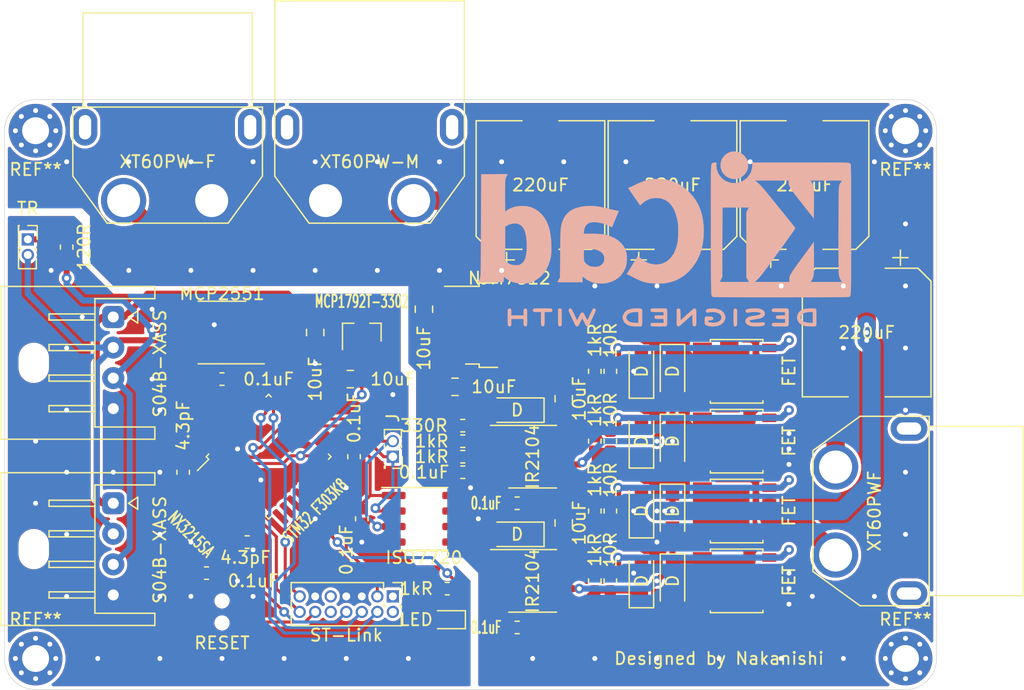
<source format=kicad_pcb>
(kicad_pcb (version 20171130) (host pcbnew "(5.1.5)-3")
  (layers (0 F.Cu signal) (31 B.Cu signal) (34 B.Paste user) (35 F.Paste user) (36 B.SilkS user) (37 F.SilkS user) (38 B.Mask user) (39 F.Mask user) (44 Edge.Cuts user))
  (net 0 "")
  (net 1 GND)
  (net 2 +3V3)
  (net 3 MCO)
  (net 4 "Net-(C3-Pad1)")
  (net 5 NRST)
  (net 6 GNDPWR)
  (net 7 "Net-(C7-Pad1)")
  (net 8 +12V)
  (net 9 Out_1)
  (net 10 VB_1)
  (net 11 Out_2)
  (net 12 VB_2)
  (net 13 "Net-(D1-Pad2)")
  (net 14 HG_1)
  (net 15 Hi_1)
  (net 16 LG_1)
  (net 17 Low_1)
  (net 18 HG_2)
  (net 19 Hi_2)
  (net 20 LG_2)
  (net 21 Low_2)
  (net 22 VCC)
  (net 23 VCP_TX)
  (net 24 VCP_RX)
  (net 25 "Net-(J1-Pad10)")
  (net 26 "Net-(J1-Pad9)")
  (net 27 SWCLK)
  (net 28 SWDIO)
  (net 29 "Net-(J1-Pad2)")
  (net 30 "Net-(J1-Pad1)")
  (net 31 PWM2)
  (net 32 PWM1)
  (net 33 CAN_L)
  (net 34 CAN_H)
  (net 35 +5V)
  (net 36 LED)
  (net 37 "Net-(R3-Pad2)")
  (net 38 "Net-(U1-Pad31)")
  (net 39 "Net-(U1-Pad30)")
  (net 40 "Net-(U1-Pad29)")
  (net 41 "Net-(U1-Pad28)")
  (net 42 "Net-(U1-Pad27)")
  (net 43 "Net-(U1-Pad26)")
  (net 44 CAN_TX)
  (net 45 CAN_RX)
  (net 46 "Net-(U1-Pad15)")
  (net 47 "Net-(U1-Pad13)")
  (net 48 "Net-(U1-Pad12)")
  (net 49 "Net-(U1-Pad11)")
  (net 50 "Net-(U1-Pad10)")
  (net 51 "Net-(U1-Pad9)")
  (net 52 "Net-(U1-Pad7)")
  (net 53 "Net-(U1-Pad5)")
  (net 54 "Net-(U2-Pad8)")
  (net 55 "Net-(U2-Pad5)")
  (net 56 In_1)
  (net 57 In_2)
  (net 58 "Net-(U1-Pad18)")
  (module Diode_SMD:D_SOD-123F (layer F.Cu) (at 147.32 140.97 180)
    (fp_text reference D (at 0 0) (layer F.SilkS))
    (fp_text value D)
    (pad 2 smd rect (at 1.4 0 180) (size 1.1 1.1) (layers F.Cu F.Paste F.Mask) (net 8 +12V))
    (pad 1 smd rect (at -1.4 0 180) (size 1.1 1.1) (layers F.Cu F.Paste F.Mask) (net 10 VB_1))
  )
  (module Diode_SMD:D_SOD-123F (layer F.Cu) (at 147.32 151.13 180)
    (fp_text reference D (at 0 0) (layer F.SilkS))
    (fp_text value D)
    (pad 2 smd rect (at 1.4 0 180) (size 1.1 1.1) (layers F.Cu F.Paste F.Mask) (net 8 +12V))
    (pad 1 smd rect (at -1.4 0 180) (size 1.1 1.1) (layers F.Cu F.Paste F.Mask) (net 12 VB_2))
  )
  (module Diode_SMD:D_SOD-123F (layer F.Cu) (at 160.02 154.94 270)
    (fp_text reference D (at 0 0 90) (layer F.SilkS))
    (fp_text value D)
    (pad 2 smd rect (at 1.4 0 270) (size 1.1 1.1) (layers F.Cu F.Paste F.Mask) (net 6 GNDPWR))
    (pad 1 smd rect (at -1.4 0 270) (size 1.1 1.1) (layers F.Cu F.Paste F.Mask) (net 11 Out_2))
  )
  (module Diode_SMD:D_SOD-123F (layer F.Cu) (at 157.48 154.94 90)
    (fp_text reference D (at 0 0 90) (layer F.SilkS))
    (fp_text value D)
    (pad 2 smd rect (at 1.4 0 90) (size 1.1 1.1) (layers F.Cu F.Paste F.Mask) (net 20 LG_2))
    (pad 1 smd rect (at -1.4 0 90) (size 1.1 1.1) (layers F.Cu F.Paste F.Mask) (net 21 Low_2))
  )
  (module Diode_SMD:D_SOD-123F (layer F.Cu) (at 160.02 149.225 270)
    (fp_text reference D (at 0 0 90) (layer F.SilkS))
    (fp_text value D)
    (pad 2 smd rect (at 1.4 0 270) (size 1.1 1.1) (layers F.Cu F.Paste F.Mask) (net 11 Out_2))
    (pad 1 smd rect (at -1.4 0 270) (size 1.1 1.1) (layers F.Cu F.Paste F.Mask) (net 22 VCC))
  )
  (module Diode_SMD:D_SOD-123F (layer F.Cu) (at 157.48 149.225 90)
    (fp_text reference D (at 0 0 90) (layer F.SilkS))
    (fp_text value D)
    (pad 2 smd rect (at 1.4 0 90) (size 1.1 1.1) (layers F.Cu F.Paste F.Mask) (net 18 HG_2))
    (pad 1 smd rect (at -1.4 0 90) (size 1.1 1.1) (layers F.Cu F.Paste F.Mask) (net 19 Hi_2))
  )
  (module Diode_SMD:D_SOD-123F (layer F.Cu) (at 160.02 143.51 270)
    (fp_text reference D (at 0 0 90) (layer F.SilkS))
    (fp_text value D)
    (pad 2 smd rect (at 1.4 0 270) (size 1.1 1.1) (layers F.Cu F.Paste F.Mask) (net 6 GNDPWR))
    (pad 1 smd rect (at -1.4 0 270) (size 1.1 1.1) (layers F.Cu F.Paste F.Mask) (net 9 Out_1))
  )
  (module Diode_SMD:D_SOD-123F (layer F.Cu) (at 157.48 143.51 90)
    (fp_text reference D (at 0 0 90) (layer F.SilkS))
    (fp_text value D)
    (pad 2 smd rect (at 1.4 0 90) (size 1.1 1.1) (layers F.Cu F.Paste F.Mask) (net 16 LG_1))
    (pad 1 smd rect (at -1.4 0 90) (size 1.1 1.1) (layers F.Cu F.Paste F.Mask) (net 17 Low_1))
  )
  (module Diode_SMD:D_SOD-123F (layer F.Cu) (at 160.02 137.795 270)
    (fp_text reference D (at 0 0 90) (layer F.SilkS))
    (fp_text value D)
    (pad 2 smd rect (at 1.4 0 270) (size 1.1 1.1) (layers F.Cu F.Paste F.Mask) (net 9 Out_1))
    (pad 1 smd rect (at -1.4 0 270) (size 1.1 1.1) (layers F.Cu F.Paste F.Mask) (net 22 VCC))
  )
  (module Diode_SMD:D_SOD-123F (layer F.Cu) (at 157.48 137.795 90)
    (fp_text reference D (at 0 0 90) (layer F.SilkS))
    (fp_text value D)
    (pad 2 smd rect (at 1.4 0 90) (size 1.1 1.1) (layers F.Cu F.Paste F.Mask) (net 14 HG_1))
    (pad 1 smd rect (at -1.4 0 90) (size 1.1 1.1) (layers F.Cu F.Paste F.Mask) (net 15 Hi_1))
  )
  (module Connector_PinHeader_1.27mm:PinHeader_2x01_P1.27mm_Vertical (layer F.Cu) (at 107.315 127 270)
    (fp_text reference TR (at -2.54 0) (layer F.SilkS))
    (fp_text value PinHeader_2x01_P1.27mm_Vertical)
    (pad 1 thru_hole rect (at 0 0 270) (size 1 1) (drill 0.65) (layers *.Cu *.Mask))
    (pad 2 thru_hole oval (at 1.27 0 270) (size 1 1) (drill 0.65) (layers *.Cu *.Mask) (net 34 CAN_H))
  )
  (module Resistor_SMD:R_0603_1608Metric_Pad1.05x0.95mm_HandSolder (layer F.Cu) (at 110.49 127.635 270)
    (fp_text reference 120R (at 0 -1.43 90) (layer F.SilkS))
    (fp_text value R_0603_1608Metric_Pad1.05x0.95mm_HandSolder)
    (pad 2 smd roundrect (at 0.875 0 270) (size 1.05 0.95) (layers F.Cu F.Paste F.Mask) (net 33 CAN_L))
    (pad 1 smd roundrect (at -0.875 0 270) (size 1.05 0.95) (layers F.Cu F.Paste F.Mask))
  )
  (module Symbol:KiCad-Logo2_12mm_SilkScreen (layer B.Cu) (at 159.385 125.73 180)
    (fp_text reference REF** hide)
    (fp_text value KiCad-Logo2_12mm_SilkScreen hide)
  )
  (module Capacitor_SMD:C_0603_1608Metric (layer F.Cu) (at 142.875 146.05)
    (fp_text reference 0.1uF (at -3.175 0) (layer F.SilkS))
    (fp_text value C)
    (pad 2 smd roundrect (at 0.7875 0) (size 0.875 0.95) (layers F.Cu F.Paste F.Mask) (net 6 GNDPWR))
    (pad 1 smd roundrect (at -0.7875 0) (size 0.875 0.95) (layers F.Cu F.Paste F.Mask) (net 7 "Net-(C7-Pad1)"))
  )
  (module Resistor_SMD:R_0603_1608Metric (layer F.Cu) (at 142.875 142.24)
    (fp_text reference 330R (at -3.175 0) (layer F.SilkS))
    (fp_text value R)
    (pad 2 smd roundrect (at 0.7875 0) (size 0.875 0.95) (layers F.Cu F.Paste F.Mask) (net 37 "Net-(R3-Pad2)"))
    (pad 1 smd roundrect (at -0.7875 0) (size 0.875 0.95) (layers F.Cu F.Paste F.Mask) (net 8 +12V))
  )
  (module Resistor_SMD:R_0603_1608Metric (layer F.Cu) (at 142.875 143.51 180)
    (fp_text reference 1kR (at 2.54 0) (layer F.SilkS))
    (fp_text value R)
    (pad 2 smd roundrect (at 0.7875 0 180) (size 0.875 0.95) (layers F.Cu F.Paste F.Mask) (net 7 "Net-(C7-Pad1)"))
    (pad 1 smd roundrect (at -0.7875 0 180) (size 0.875 0.95) (layers F.Cu F.Paste F.Mask) (net 37 "Net-(R3-Pad2)"))
  )
  (module Resistor_SMD:R_0603_1608Metric (layer F.Cu) (at 142.875 144.78)
    (fp_text reference 1kR (at -2.54 0) (layer F.SilkS))
    (fp_text value R)
    (pad 2 smd roundrect (at 0.7875 0) (size 0.875 0.95) (layers F.Cu F.Paste F.Mask) (net 6 GNDPWR))
    (pad 1 smd roundrect (at -0.7875 0) (size 0.875 0.95) (layers F.Cu F.Paste F.Mask) (net 7 "Net-(C7-Pad1)"))
  )
  (module 自作:XT60PW-M (layer F.Cu) (at 135.255 123.825)
    (fp_text reference XT60PW-M (at 0 -3.175) (layer F.SilkS))
    (fp_text value Conn_01x02_Male)
    (pad "" thru_hole oval (at 6.75 -6) (size 2 3) (drill oval 1 2) (layers *.Cu *.Mask))
    (pad "" thru_hole oval (at -6.75 -6) (size 2 3) (drill oval 1 2) (layers *.Cu *.Mask))
    (pad 1 thru_hole circle (at 3.6 0) (size 3.7 3.7) (drill 2.7) (layers *.Cu *.Mask) (net 22 VCC))
    (pad 2 thru_hole circle (at -3.6 0) (size 3.7 3.7) (drill 2.7) (layers *.Cu *.Mask) (net 6 GNDPWR))
  )
  (module 自作:XT60PW-F (layer F.Cu) (at 118.745 123.825)
    (fp_text reference XT60PW-F (at 0 -3.175) (layer F.SilkS))
    (fp_text value Conn_01x02_Female)
    (pad "" thru_hole oval (at 6.75 -6) (size 2 3) (drill oval 1 2) (layers *.Cu *.Mask))
    (pad "" thru_hole oval (at -6.75 -6) (size 2 3) (drill oval 1 2) (layers *.Cu *.Mask))
    (pad 2 thru_hole circle (at 3.6 0) (size 3.7 3.7) (drill 2.7) (layers *.Cu *.Mask) (net 6 GNDPWR))
    (pad 1 thru_hole circle (at -3.6 0) (size 3.7 3.7) (drill 2.7) (layers *.Cu *.Mask) (net 22 VCC))
  )
  (module 自作:XT60PW-F (layer F.Cu) (at 173.355 149.225 270)
    (fp_text reference XT60PWF (at 0 -3.175 90) (layer F.SilkS))
    (fp_text value Conn_01x02_Female)
    (pad "" thru_hole oval (at 6.75 -6 270) (size 2 3) (drill oval 1 2) (layers *.Cu *.Mask))
    (pad "" thru_hole oval (at -6.75 -6 270) (size 2 3) (drill oval 1 2) (layers *.Cu *.Mask))
    (pad 2 thru_hole circle (at 3.6 0 270) (size 3.7 3.7) (drill 2.7) (layers *.Cu *.Mask) (net 11 Out_2))
    (pad 1 thru_hole circle (at -3.6 0 270) (size 3.7 3.7) (drill 2.7) (layers *.Cu *.Mask) (net 9 Out_1))
  )
  (module MountingHole:MountingHole_2.2mm_M2_Pad_Via (layer F.Cu) (at 179.07 118.11)
    (fp_text reference REF** (at 0 3.175) (layer F.SilkS))
    (fp_text value MountingHole_2.2mm_M2_Pad_Via)
    (pad 1 thru_hole circle (at 0 0) (size 4.4 4.4) (drill 2.2) (layers *.Cu *.Mask))
    (pad 1 thru_hole circle (at 1.65 0) (size 0.7 0.7) (drill 0.4) (layers *.Cu *.Mask))
    (pad 1 thru_hole circle (at 1.166726 1.166726) (size 0.7 0.7) (drill 0.4) (layers *.Cu *.Mask))
    (pad 1 thru_hole circle (at 0 1.65) (size 0.7 0.7) (drill 0.4) (layers *.Cu *.Mask))
    (pad 1 thru_hole circle (at -1.166726 1.166726) (size 0.7 0.7) (drill 0.4) (layers *.Cu *.Mask))
    (pad 1 thru_hole circle (at -1.65 0) (size 0.7 0.7) (drill 0.4) (layers *.Cu *.Mask))
    (pad 1 thru_hole circle (at -1.166726 -1.166726) (size 0.7 0.7) (drill 0.4) (layers *.Cu *.Mask))
    (pad 1 thru_hole circle (at 0 -1.65) (size 0.7 0.7) (drill 0.4) (layers *.Cu *.Mask))
    (pad 1 thru_hole circle (at 1.166726 -1.166726) (size 0.7 0.7) (drill 0.4) (layers *.Cu *.Mask))
  )
  (module MountingHole:MountingHole_2.2mm_M2_Pad_Via (layer F.Cu) (at 107.95 118.11)
    (fp_text reference REF** (at 0 3.175) (layer F.SilkS))
    (fp_text value MountingHole_2.2mm_M2_Pad_Via)
    (pad 1 thru_hole circle (at 0 0) (size 4.4 4.4) (drill 2.2) (layers *.Cu *.Mask))
    (pad 1 thru_hole circle (at 1.65 0) (size 0.7 0.7) (drill 0.4) (layers *.Cu *.Mask))
    (pad 1 thru_hole circle (at 1.166726 1.166726) (size 0.7 0.7) (drill 0.4) (layers *.Cu *.Mask))
    (pad 1 thru_hole circle (at 0 1.65) (size 0.7 0.7) (drill 0.4) (layers *.Cu *.Mask))
    (pad 1 thru_hole circle (at -1.166726 1.166726) (size 0.7 0.7) (drill 0.4) (layers *.Cu *.Mask))
    (pad 1 thru_hole circle (at -1.65 0) (size 0.7 0.7) (drill 0.4) (layers *.Cu *.Mask))
    (pad 1 thru_hole circle (at -1.166726 -1.166726) (size 0.7 0.7) (drill 0.4) (layers *.Cu *.Mask))
    (pad 1 thru_hole circle (at 0 -1.65) (size 0.7 0.7) (drill 0.4) (layers *.Cu *.Mask))
    (pad 1 thru_hole circle (at 1.166726 -1.166726) (size 0.7 0.7) (drill 0.4) (layers *.Cu *.Mask))
  )
  (module MountingHole:MountingHole_2.2mm_M2_Pad_Via (layer F.Cu) (at 179.07 161.29)
    (fp_text reference REF** (at 0 -3.2) (layer F.SilkS))
    (fp_text value MountingHole_2.2mm_M2_Pad_Via)
    (pad 1 thru_hole circle (at 0 0) (size 4.4 4.4) (drill 2.2) (layers *.Cu *.Mask))
    (pad 1 thru_hole circle (at 1.65 0) (size 0.7 0.7) (drill 0.4) (layers *.Cu *.Mask))
    (pad 1 thru_hole circle (at 1.166726 1.166726) (size 0.7 0.7) (drill 0.4) (layers *.Cu *.Mask))
    (pad 1 thru_hole circle (at 0 1.65) (size 0.7 0.7) (drill 0.4) (layers *.Cu *.Mask))
    (pad 1 thru_hole circle (at -1.166726 1.166726) (size 0.7 0.7) (drill 0.4) (layers *.Cu *.Mask))
    (pad 1 thru_hole circle (at -1.65 0) (size 0.7 0.7) (drill 0.4) (layers *.Cu *.Mask))
    (pad 1 thru_hole circle (at -1.166726 -1.166726) (size 0.7 0.7) (drill 0.4) (layers *.Cu *.Mask))
    (pad 1 thru_hole circle (at 0 -1.65) (size 0.7 0.7) (drill 0.4) (layers *.Cu *.Mask))
    (pad 1 thru_hole circle (at 1.166726 -1.166726) (size 0.7 0.7) (drill 0.4) (layers *.Cu *.Mask))
  )
  (module MountingHole:MountingHole_2.2mm_M2_Pad_Via (layer F.Cu) (at 107.95 161.29)
    (fp_text reference REF** (at 0 -3.2) (layer F.SilkS))
    (fp_text value MountingHole_2.2mm_M2_Pad_Via)
    (pad 1 thru_hole circle (at 1.166726 -1.166726) (size 0.7 0.7) (drill 0.4) (layers *.Cu *.Mask))
    (pad 1 thru_hole circle (at 0 -1.65) (size 0.7 0.7) (drill 0.4) (layers *.Cu *.Mask))
    (pad 1 thru_hole circle (at -1.166726 -1.166726) (size 0.7 0.7) (drill 0.4) (layers *.Cu *.Mask))
    (pad 1 thru_hole circle (at -1.65 0) (size 0.7 0.7) (drill 0.4) (layers *.Cu *.Mask))
    (pad 1 thru_hole circle (at -1.166726 1.166726) (size 0.7 0.7) (drill 0.4) (layers *.Cu *.Mask))
    (pad 1 thru_hole circle (at 0 1.65) (size 0.7 0.7) (drill 0.4) (layers *.Cu *.Mask))
    (pad 1 thru_hole circle (at 1.166726 1.166726) (size 0.7 0.7) (drill 0.4) (layers *.Cu *.Mask))
    (pad 1 thru_hole circle (at 1.65 0) (size 0.7 0.7) (drill 0.4) (layers *.Cu *.Mask))
    (pad 1 thru_hole circle (at 0 0) (size 4.4 4.4) (drill 2.2) (layers *.Cu *.Mask))
  )
  (module Package_QFP:LQFP-32_7x7mm_P0.8mm (layer F.Cu) (at 127 144.78 45)
    (fp_text reference "STM32 F303K8" (at -0.449013 5.837166 45) (layer F.SilkS) (effects (font (size 1 0.6))))
    (fp_text value STM32F303K8Tx)
    (pad 32 smd roundrect (at -2.8 -4.175 45) (size 0.5 1.5) (layers F.Cu F.Paste F.Mask) (net 1 GND))
    (pad 31 smd roundrect (at -2 -4.175 45) (size 0.5 1.5) (layers F.Cu F.Paste F.Mask) (net 38 "Net-(U1-Pad31)"))
    (pad 30 smd roundrect (at -1.2 -4.175 45) (size 0.5 1.5) (layers F.Cu F.Paste F.Mask) (net 39 "Net-(U1-Pad30)"))
    (pad 29 smd roundrect (at -0.4 -4.175 45) (size 0.5 1.5) (layers F.Cu F.Paste F.Mask) (net 40 "Net-(U1-Pad29)"))
    (pad 28 smd roundrect (at 0.4 -4.175 45) (size 0.5 1.5) (layers F.Cu F.Paste F.Mask) (net 41 "Net-(U1-Pad28)"))
    (pad 27 smd roundrect (at 1.2 -4.175 45) (size 0.5 1.5) (layers F.Cu F.Paste F.Mask) (net 42 "Net-(U1-Pad27)"))
    (pad 26 smd roundrect (at 2 -4.175 45) (size 0.5 1.5) (layers F.Cu F.Paste F.Mask) (net 43 "Net-(U1-Pad26)"))
    (pad 25 smd roundrect (at 2.8 -4.175 45) (size 0.5 1.5) (layers F.Cu F.Paste F.Mask) (net 24 VCP_RX))
    (pad 24 smd roundrect (at 4.175 -2.8 45) (size 1.5 0.5) (layers F.Cu F.Paste F.Mask) (net 27 SWCLK))
    (pad 23 smd roundrect (at 4.175 -2 45) (size 1.5 0.5) (layers F.Cu F.Paste F.Mask) (net 28 SWDIO))
    (pad 22 smd roundrect (at 4.175 -1.2 45) (size 1.5 0.5) (layers F.Cu F.Paste F.Mask) (net 44 CAN_TX))
    (pad 21 smd roundrect (at 4.175 -0.4 45) (size 1.5 0.5) (layers F.Cu F.Paste F.Mask) (net 45 CAN_RX))
    (pad 20 smd roundrect (at 4.175 0.4 45) (size 1.5 0.5) (layers F.Cu F.Paste F.Mask) (net 31 PWM2))
    (pad 19 smd roundrect (at 4.175 1.2 45) (size 1.5 0.5) (layers F.Cu F.Paste F.Mask) (net 32 PWM1))
    (pad 18 smd roundrect (at 4.175 2 45) (size 1.5 0.5) (layers F.Cu F.Paste F.Mask) (net 58 "Net-(U1-Pad18)"))
    (pad 17 smd roundrect (at 4.175 2.8 45) (size 1.5 0.5) (layers F.Cu F.Paste F.Mask) (net 2 +3V3))
    (pad 16 smd roundrect (at 2.8 4.175 45) (size 0.5 1.5) (layers F.Cu F.Paste F.Mask) (net 1 GND))
    (pad 15 smd roundrect (at 2 4.175 45) (size 0.5 1.5) (layers F.Cu F.Paste F.Mask) (net 46 "Net-(U1-Pad15)"))
    (pad 14 smd roundrect (at 1.2 4.175 45) (size 0.5 1.5) (layers F.Cu F.Paste F.Mask) (net 36 LED))
    (pad 13 smd roundrect (at 0.4 4.175 45) (size 0.5 1.5) (layers F.Cu F.Paste F.Mask) (net 47 "Net-(U1-Pad13)"))
    (pad 12 smd roundrect (at -0.4 4.175 45) (size 0.5 1.5) (layers F.Cu F.Paste F.Mask) (net 48 "Net-(U1-Pad12)"))
    (pad 11 smd roundrect (at -1.2 4.175 45) (size 0.5 1.5) (layers F.Cu F.Paste F.Mask) (net 49 "Net-(U1-Pad11)"))
    (pad 10 smd roundrect (at -2 4.175 45) (size 0.5 1.5) (layers F.Cu F.Paste F.Mask) (net 50 "Net-(U1-Pad10)"))
    (pad 9 smd roundrect (at -2.8 4.175 45) (size 0.5 1.5) (layers F.Cu F.Paste F.Mask) (net 51 "Net-(U1-Pad9)"))
    (pad 8 smd roundrect (at -4.175 2.8 45) (size 1.5 0.5) (layers F.Cu F.Paste F.Mask) (net 23 VCP_TX))
    (pad 7 smd roundrect (at -4.175 2 45) (size 1.5 0.5) (layers F.Cu F.Paste F.Mask) (net 52 "Net-(U1-Pad7)"))
    (pad 6 smd roundrect (at -4.175 1.2 45) (size 1.5 0.5) (layers F.Cu F.Paste F.Mask) (net 3 MCO))
    (pad 5 smd roundrect (at -4.175 0.4 45) (size 1.5 0.5) (layers F.Cu F.Paste F.Mask) (net 53 "Net-(U1-Pad5)"))
    (pad 4 smd roundrect (at -4.175 -0.4 45) (size 1.5 0.5) (layers F.Cu F.Paste F.Mask) (net 5 NRST))
    (pad 3 smd roundrect (at -4.175 -1.2 45) (size 1.5 0.5) (layers F.Cu F.Paste F.Mask) (net 4 "Net-(C3-Pad1)"))
    (pad 2 smd roundrect (at -4.175 -2 45) (size 1.5 0.5) (layers F.Cu F.Paste F.Mask) (net 3 MCO))
    (pad 1 smd roundrect (at -4.175 -2.8 45) (size 1.5 0.5) (layers F.Cu F.Paste F.Mask) (net 2 +3V3))
  )
  (module Capacitor_SMD:CP_Elec_10x10 (layer F.Cu) (at 170.815 122.555 90)
    (fp_text reference 220uF (at 0 0 180) (layer F.SilkS))
    (fp_text value CP)
    (pad 2 smd roundrect (at 4 0 90) (size 4 2.5) (layers F.Cu F.Paste F.Mask) (roundrect_rratio 0.1) (net 6 GNDPWR))
    (pad 1 smd roundrect (at -4 0 90) (size 4 2.5) (layers F.Cu F.Paste F.Mask) (roundrect_rratio 0.1) (net 22 VCC))
  )
  (module Capacitor_SMD:CP_Elec_10x10 (layer F.Cu) (at 175.895 134.62 270)
    (fp_text reference 220uF (at 0 0) (layer F.SilkS))
    (fp_text value CP)
    (pad 2 smd roundrect (at 4 0 270) (size 4 2.5) (layers F.Cu F.Paste F.Mask) (roundrect_rratio 0.1) (net 6 GNDPWR))
    (pad 1 smd roundrect (at -4 0 270) (size 4 2.5) (layers F.Cu F.Paste F.Mask) (roundrect_rratio 0.1) (net 22 VCC))
  )
  (module Capacitor_SMD:CP_Elec_10x10 (layer F.Cu) (at 160.02 122.555 90)
    (fp_text reference 220uF (at 0 0 180) (layer F.SilkS))
    (fp_text value CP)
    (pad 2 smd roundrect (at 4 0 90) (size 4 2.5) (layers F.Cu F.Paste F.Mask) (roundrect_rratio 0.1) (net 6 GNDPWR))
    (pad 1 smd roundrect (at -4 0 90) (size 4 2.5) (layers F.Cu F.Paste F.Mask) (roundrect_rratio 0.1) (net 22 VCC))
  )
  (module Capacitor_SMD:CP_Elec_10x10 (layer F.Cu) (at 149.225 122.555 90)
    (fp_text reference 220uF (at 0 0 180) (layer F.SilkS))
    (fp_text value CP)
    (pad 2 smd roundrect (at 4 0 90) (size 4 2.5) (layers F.Cu F.Paste F.Mask) (roundrect_rratio 0.1) (net 6 GNDPWR))
    (pad 1 smd roundrect (at -4 0 90) (size 4 2.5) (layers F.Cu F.Paste F.Mask) (roundrect_rratio 0.1) (net 22 VCC))
  )
  (module Capacitor_SMD:C_0805_2012Metric (layer F.Cu) (at 142.24 139.065)
    (fp_text reference 10uF (at 3.175 0) (layer F.SilkS))
    (fp_text value C)
    (pad 2 smd roundrect (at 0.9375 0) (size 0.975 1.4) (layers F.Cu F.Paste F.Mask) (net 6 GNDPWR))
    (pad 1 smd roundrect (at -0.9375 0) (size 0.975 1.4) (layers F.Cu F.Paste F.Mask) (net 8 +12V))
  )
  (module Capacitor_SMD:C_0805_2012Metric (layer F.Cu) (at 139.7 132.715 270)
    (fp_text reference 10uF (at 3.175 0 90) (layer F.SilkS))
    (fp_text value C)
    (pad 2 smd roundrect (at 0.9375 0 270) (size 0.975 1.4) (layers F.Cu F.Paste F.Mask) (net 6 GNDPWR))
    (pad 1 smd roundrect (at -0.9375 0 270) (size 0.975 1.4) (layers F.Cu F.Paste F.Mask) (net 22 VCC))
  )
  (module Capacitor_SMD:C_0805_2012Metric (layer F.Cu) (at 133.6825 138.43 180)
    (fp_text reference 10uF (at -3.4775 0) (layer F.SilkS))
    (fp_text value C)
    (pad 2 smd roundrect (at 0.9375 0 180) (size 0.975 1.4) (layers F.Cu F.Paste F.Mask) (net 1 GND))
    (pad 1 smd roundrect (at -0.9375 0 180) (size 0.975 1.4) (layers F.Cu F.Paste F.Mask) (net 2 +3V3))
  )
  (module Capacitor_SMD:C_0805_2012Metric (layer F.Cu) (at 130.81 134.62 270)
    (fp_text reference 10uF (at 3.81 0 90) (layer F.SilkS))
    (fp_text value C)
    (pad 2 smd roundrect (at 0.9375 0 270) (size 0.975 1.4) (layers F.Cu F.Paste F.Mask) (net 1 GND))
    (pad 1 smd roundrect (at -0.9375 0 270) (size 0.975 1.4) (layers F.Cu F.Paste F.Mask) (net 35 +5V))
  )
  (module 自作:NX3215SA (layer F.Cu) (at 121.92 149.86 135)
    (fp_text reference NX3215SA (at 0 -1.796051 135) (layer F.SilkS) (effects (font (size 1 0.6))))
    (fp_text value Crystal_Small)
    (pad 2 smd roundrect (at 1.25 0 135) (size 1 1.8) (layers F.Cu F.Paste F.Mask) (roundrect_rratio 0.05) (net 4 "Net-(C3-Pad1)"))
    (pad 1 smd roundrect (at -1.25 0 135) (size 1 1.8) (layers F.Cu F.Paste F.Mask) (roundrect_rratio 0.05) (net 3 MCO))
  )
  (module Package_TO_SOT_SMD:SOT-23 (layer F.Cu) (at 134.62 134.62 90)
    (fp_text reference MCP1792T-3302 (at 2.54 0 180) (layer F.SilkS) (effects (font (size 1 0.6))))
    (fp_text value MCP1703A-3302_SOT23)
    (pad 3 smd rect (at 1 0 90) (size 0.9 0.8) (layers F.Cu F.Paste F.Mask) (net 35 +5V))
    (pad 2 smd rect (at -1 0.95 90) (size 0.9 0.8) (layers F.Cu F.Paste F.Mask) (net 2 +3V3))
    (pad 1 smd rect (at -1 -0.95 90) (size 0.9 0.8) (layers F.Cu F.Paste F.Mask) (net 1 GND))
  )
  (module Package_TO_SOT_SMD:TO-252-2 (layer F.Cu) (at 146.685 134.02)
    (fp_text reference NJM7812 (at 0 -3.845) (layer F.SilkS))
    (fp_text value L7812)
    (pad 2 smd rect (at 2.1 0) (size 6.4 5.8) (layers F.Cu F.Mask) (net 6 GNDPWR))
    (pad 3 smd rect (at -4.2 2.28) (size 2.2 1.2) (layers F.Cu F.Paste F.Mask) (net 8 +12V))
    (pad 1 smd rect (at -4.2 -2.28) (size 2.2 1.2) (layers F.Cu F.Paste F.Mask) (net 22 VCC))
  )
  (module Package_SO:SOIC-8_3.9x4.9mm_P1.27mm (layer F.Cu) (at 148.59 154.94)
    (fp_text reference IR2104 (at 0 0 90) (layer F.SilkS))
    (fp_text value IR2104)
    (pad 8 smd roundrect (at 2.475 -1.905) (size 1.95 0.6) (layers F.Cu F.Paste F.Mask) (net 12 VB_2))
    (pad 7 smd roundrect (at 2.475 -0.635) (size 1.95 0.6) (layers F.Cu F.Paste F.Mask) (net 19 Hi_2))
    (pad 6 smd roundrect (at 2.475 0.635) (size 1.95 0.6) (layers F.Cu F.Paste F.Mask) (net 11 Out_2))
    (pad 5 smd roundrect (at 2.475 1.905) (size 1.95 0.6) (layers F.Cu F.Paste F.Mask) (net 21 Low_2))
    (pad 4 smd roundrect (at -2.475 1.905) (size 1.95 0.6) (layers F.Cu F.Paste F.Mask) (net 6 GNDPWR))
    (pad 3 smd roundrect (at -2.475 0.635) (size 1.95 0.6) (layers F.Cu F.Paste F.Mask) (net 8 +12V))
    (pad 2 smd roundrect (at -2.475 -0.635) (size 1.95 0.6) (layers F.Cu F.Paste F.Mask) (net 57 In_2))
    (pad 1 smd roundrect (at -2.475 -1.905) (size 1.95 0.6) (layers F.Cu F.Paste F.Mask) (net 8 +12V))
  )
  (module Package_SO:SOIC-8_3.9x4.9mm_P1.27mm (layer F.Cu) (at 148.59 144.78)
    (fp_text reference IR2104 (at 0 0 90) (layer F.SilkS))
    (fp_text value IR2104)
    (pad 8 smd roundrect (at 2.475 -1.905) (size 1.95 0.6) (layers F.Cu F.Paste F.Mask) (net 10 VB_1))
    (pad 7 smd roundrect (at 2.475 -0.635) (size 1.95 0.6) (layers F.Cu F.Paste F.Mask) (net 15 Hi_1))
    (pad 6 smd roundrect (at 2.475 0.635) (size 1.95 0.6) (layers F.Cu F.Paste F.Mask) (net 9 Out_1))
    (pad 5 smd roundrect (at 2.475 1.905) (size 1.95 0.6) (layers F.Cu F.Paste F.Mask) (net 17 Low_1))
    (pad 4 smd roundrect (at -2.475 1.905) (size 1.95 0.6) (layers F.Cu F.Paste F.Mask) (net 6 GNDPWR))
    (pad 3 smd roundrect (at -2.475 0.635) (size 1.95 0.6) (layers F.Cu F.Paste F.Mask) (net 8 +12V))
    (pad 2 smd roundrect (at -2.475 -0.635) (size 1.95 0.6) (layers F.Cu F.Paste F.Mask) (net 56 In_1))
    (pad 1 smd roundrect (at -2.475 -1.905) (size 1.95 0.6) (layers F.Cu F.Paste F.Mask) (net 8 +12V))
  )
  (module Package_SO:SOIC-8_3.9x4.9mm_P1.27mm (layer F.Cu) (at 139.7 149.86)
    (fp_text reference ISO7720 (at 0 3.175) (layer F.SilkS))
    (fp_text value ISO7320C)
    (pad 8 smd roundrect (at 2.475 -1.905) (size 1.95 0.6) (layers F.Cu F.Paste F.Mask) (net 7 "Net-(C7-Pad1)"))
    (pad 7 smd roundrect (at 2.475 -0.635) (size 1.95 0.6) (layers F.Cu F.Paste F.Mask) (net 56 In_1))
    (pad 6 smd roundrect (at 2.475 0.635) (size 1.95 0.6) (layers F.Cu F.Paste F.Mask) (net 57 In_2))
    (pad 5 smd roundrect (at 2.475 1.905) (size 1.95 0.6) (layers F.Cu F.Paste F.Mask) (net 6 GNDPWR))
    (pad 4 smd roundrect (at -2.475 1.905) (size 1.95 0.6) (layers F.Cu F.Paste F.Mask) (net 1 GND))
    (pad 3 smd roundrect (at -2.475 0.635) (size 1.95 0.6) (layers F.Cu F.Paste F.Mask) (net 31 PWM2))
    (pad 2 smd roundrect (at -2.475 -0.635) (size 1.95 0.6) (layers F.Cu F.Paste F.Mask) (net 32 PWM1))
    (pad 1 smd roundrect (at -2.475 -1.905) (size 1.95 0.6) (layers F.Cu F.Paste F.Mask) (net 2 +3V3))
  )
  (module Package_SO:SOIC-8_3.9x4.9mm_P1.27mm (layer F.Cu) (at 123.19 134.62 180)
    (fp_text reference MCP2551 (at 0 3.175) (layer F.SilkS))
    (fp_text value MCP2551-I-SN)
    (pad 8 smd roundrect (at 2.475 -1.905 180) (size 1.95 0.6) (layers F.Cu F.Paste F.Mask) (net 54 "Net-(U2-Pad8)"))
    (pad 7 smd roundrect (at 2.475 -0.635 180) (size 1.95 0.6) (layers F.Cu F.Paste F.Mask) (net 34 CAN_H))
    (pad 6 smd roundrect (at 2.475 0.635 180) (size 1.95 0.6) (layers F.Cu F.Paste F.Mask) (net 33 CAN_L))
    (pad 5 smd roundrect (at 2.475 1.905 180) (size 1.95 0.6) (layers F.Cu F.Paste F.Mask) (net 55 "Net-(U2-Pad5)"))
    (pad 4 smd roundrect (at -2.475 1.905 180) (size 1.95 0.6) (layers F.Cu F.Paste F.Mask) (net 45 CAN_RX))
    (pad 3 smd roundrect (at -2.475 0.635 180) (size 1.95 0.6) (layers F.Cu F.Paste F.Mask) (net 35 +5V))
    (pad 2 smd roundrect (at -2.475 -0.635 180) (size 1.95 0.6) (layers F.Cu F.Paste F.Mask) (net 1 GND))
    (pad 1 smd roundrect (at -2.475 -1.905 180) (size 1.95 0.6) (layers F.Cu F.Paste F.Mask) (net 44 CAN_TX))
  )
  (module 自作:switch_smd (layer F.Cu) (at 123.19 157.48 90)
    (fp_text reference RESET (at -2.54 0) (layer F.SilkS))
    (fp_text value SW_Push)
    (pad 1 smd roundrect (at 0 2.225 90) (size 1.6 1.05) (layers F.Cu F.Paste F.Mask) (roundrect_rratio 0.125) (net 5 NRST))
    (pad 2 smd roundrect (at 0 -2.225 90) (size 1.6 1.05) (layers F.Cu F.Paste F.Mask) (roundrect_rratio 0.125) (net 1 GND))
    (pad "" np_thru_hole circle (at 0.9 0 90) (size 0.75 0.75) (drill 0.75) (layers *.Cu *.Mask))
    (pad "" np_thru_hole circle (at -0.9 0 90) (size 0.75 0.75) (drill 0.75) (layers *.Cu *.Mask))
  )
  (module Resistor_SMD:R_0603_1608Metric (layer F.Cu) (at 153.67 154.94 270)
    (fp_text reference 1kR (at -2.54 0 90) (layer F.SilkS))
    (fp_text value R)
    (pad 2 smd roundrect (at 0.7875 0 270) (size 0.875 0.95) (layers F.Cu F.Paste F.Mask) (net 21 Low_2))
    (pad 1 smd roundrect (at -0.7875 0 270) (size 0.875 0.95) (layers F.Cu F.Paste F.Mask) (net 6 GNDPWR))
  )
  (module Resistor_SMD:R_0603_1608Metric (layer F.Cu) (at 154.94 154.94 270)
    (fp_text reference 10R (at -2.54 0 90) (layer F.SilkS))
    (fp_text value R)
    (pad 2 smd roundrect (at 0.7875 0 270) (size 0.875 0.95) (layers F.Cu F.Paste F.Mask) (net 21 Low_2))
    (pad 1 smd roundrect (at -0.7875 0 270) (size 0.875 0.95) (layers F.Cu F.Paste F.Mask) (net 20 LG_2))
  )
  (module Resistor_SMD:R_0603_1608Metric (layer F.Cu) (at 153.67 149.225 270)
    (fp_text reference 1kR (at -2.54 0 90) (layer F.SilkS))
    (fp_text value R)
    (pad 2 smd roundrect (at 0.7875 0 270) (size 0.875 0.95) (layers F.Cu F.Paste F.Mask) (net 19 Hi_2))
    (pad 1 smd roundrect (at -0.7875 0 270) (size 0.875 0.95) (layers F.Cu F.Paste F.Mask) (net 6 GNDPWR))
  )
  (module Resistor_SMD:R_0603_1608Metric (layer F.Cu) (at 154.94 149.225 270)
    (fp_text reference 10R (at -2.54 0 90) (layer F.SilkS))
    (fp_text value R)
    (pad 2 smd roundrect (at 0.7875 0 270) (size 0.875 0.95) (layers F.Cu F.Paste F.Mask) (net 19 Hi_2))
    (pad 1 smd roundrect (at -0.7875 0 270) (size 0.875 0.95) (layers F.Cu F.Paste F.Mask) (net 18 HG_2))
  )
  (module Resistor_SMD:R_0603_1608Metric (layer F.Cu) (at 153.67 143.51 270)
    (fp_text reference 1kR (at -2.54 0 90) (layer F.SilkS))
    (fp_text value R)
    (pad 1 smd roundrect (at -0.7875 0 270) (size 0.875 0.95) (layers F.Cu F.Paste F.Mask) (net 6 GNDPWR))
    (pad 2 smd roundrect (at 0.7875 0 270) (size 0.875 0.95) (layers F.Cu F.Paste F.Mask) (net 17 Low_1))
  )
  (module Resistor_SMD:R_0603_1608Metric (layer F.Cu) (at 154.94 143.51 270)
    (fp_text reference 10R (at -2.54 0 90) (layer F.SilkS))
    (fp_text value R)
    (pad 1 smd roundrect (at -0.7875 0 270) (size 0.875 0.95) (layers F.Cu F.Paste F.Mask) (net 16 LG_1))
    (pad 2 smd roundrect (at 0.7875 0 270) (size 0.875 0.95) (layers F.Cu F.Paste F.Mask) (net 17 Low_1))
  )
  (module Resistor_SMD:R_0603_1608Metric (layer F.Cu) (at 153.67 137.795 270)
    (fp_text reference 1kR (at -2.54 0 90) (layer F.SilkS))
    (fp_text value R)
    (pad 1 smd roundrect (at -0.7875 0 270) (size 0.875 0.95) (layers F.Cu F.Paste F.Mask) (net 6 GNDPWR))
    (pad 2 smd roundrect (at 0.7875 0 270) (size 0.875 0.95) (layers F.Cu F.Paste F.Mask) (net 15 Hi_1))
  )
  (module Resistor_SMD:R_0603_1608Metric (layer F.Cu) (at 154.94 137.795 270)
    (fp_text reference 10R (at -2.54 0 90) (layer F.SilkS))
    (fp_text value R)
    (pad 1 smd roundrect (at -0.7875 0 270) (size 0.875 0.95) (layers F.Cu F.Paste F.Mask) (net 14 HG_1))
    (pad 2 smd roundrect (at 0.7875 0 270) (size 0.875 0.95) (layers F.Cu F.Paste F.Mask) (net 15 Hi_1))
  )
  (module Resistor_SMD:R_0603_1608Metric (layer F.Cu) (at 141.605 155.575 180)
    (fp_text reference 1kR (at 2.54 0) (layer F.SilkS))
    (fp_text value R)
    (pad 2 smd roundrect (at 0.7875 0 180) (size 0.875 0.95) (layers F.Cu F.Paste F.Mask) (net 13 "Net-(D1-Pad2)"))
    (pad 1 smd roundrect (at -0.7875 0 180) (size 0.875 0.95) (layers F.Cu F.Paste F.Mask) (net 36 LED))
  )
  (module Package_TO_SOT_SMD:LFPAK56 (layer F.Cu) (at 165.1 154.94 180)
    (fp_text reference FET (at -4.445 0 90) (layer F.SilkS))
    (fp_text value PSMN5R2-60YL)
    (pad 5 smd custom (at 0.435 0 180) (size 3.3 4.2) (layers F.Cu F.Mask) (net 11 Out_2) (options (clearance outline) (anchor rect)) (primitives (gr_poly (pts (xy 1.425 -2.35) (xy 2.975 -2.35) (xy 2.975 2.35) (xy 1.425 2.35)) (width 0))))
    (pad 4 smd rect (at -2.835 1.91 90) (size 0.7 1.15) (layers F.Cu F.Paste F.Mask) (net 20 LG_2))
    (pad 3 smd rect (at -2.835 0.64 90) (size 0.7 1.15) (layers F.Cu F.Paste F.Mask) (net 6 GNDPWR))
    (pad 1 smd rect (at -2.835 -1.91 90) (size 0.7 1.15) (layers F.Cu F.Paste F.Mask) (net 6 GNDPWR))
    (pad 2 smd rect (at -2.835 -0.64 90) (size 0.7 1.15) (layers F.Cu F.Paste F.Mask) (net 6 GNDPWR))
  )
  (module Package_TO_SOT_SMD:LFPAK56 (layer F.Cu) (at 165.1 149.225 180)
    (fp_text reference FET (at -4.445 0 90) (layer F.SilkS))
    (fp_text value PSMN5R2-60YL)
    (pad 5 smd custom (at 0.435 0 180) (size 3.3 4.2) (layers F.Cu F.Mask) (net 22 VCC) (options (clearance outline) (anchor rect)) (primitives (gr_poly (pts (xy 1.425 -2.35) (xy 2.975 -2.35) (xy 2.975 2.35) (xy 1.425 2.35)) (width 0))))
    (pad 4 smd rect (at -2.835 1.91 90) (size 0.7 1.15) (layers F.Cu F.Paste F.Mask) (net 18 HG_2))
    (pad 3 smd rect (at -2.835 0.64 90) (size 0.7 1.15) (layers F.Cu F.Paste F.Mask) (net 11 Out_2))
    (pad 1 smd rect (at -2.835 -1.91 90) (size 0.7 1.15) (layers F.Cu F.Paste F.Mask) (net 11 Out_2))
    (pad 2 smd rect (at -2.835 -0.64 90) (size 0.7 1.15) (layers F.Cu F.Paste F.Mask) (net 11 Out_2))
  )
  (module Package_TO_SOT_SMD:LFPAK56 (layer F.Cu) (at 165.1 143.51 180)
    (fp_text reference FET (at -4.445 0 90) (layer F.SilkS))
    (fp_text value PSMN5R2-60YL)
    (pad 2 smd rect (at -2.835 -0.64 90) (size 0.7 1.15) (layers F.Cu F.Paste F.Mask) (net 6 GNDPWR))
    (pad 1 smd rect (at -2.835 -1.91 90) (size 0.7 1.15) (layers F.Cu F.Paste F.Mask) (net 6 GNDPWR))
    (pad 3 smd rect (at -2.835 0.64 90) (size 0.7 1.15) (layers F.Cu F.Paste F.Mask) (net 6 GNDPWR))
    (pad 4 smd rect (at -2.835 1.91 90) (size 0.7 1.15) (layers F.Cu F.Paste F.Mask) (net 16 LG_1))
    (pad 5 smd custom (at 0.435 0 180) (size 3.3 4.2) (layers F.Cu F.Mask) (net 9 Out_1) (options (clearance outline) (anchor rect)) (primitives (gr_poly (pts (xy 1.425 -2.35) (xy 2.975 -2.35) (xy 2.975 2.35) (xy 1.425 2.35)) (width 0))))
  )
  (module Package_TO_SOT_SMD:LFPAK56 (layer F.Cu) (at 165.1 137.795 180)
    (fp_text reference FET (at -4.445 0 90) (layer F.SilkS))
    (fp_text value PSMN5R2-60YL)
    (pad 2 smd rect (at -2.835 -0.64 90) (size 0.7 1.15) (layers F.Cu F.Paste F.Mask) (net 9 Out_1))
    (pad 1 smd rect (at -2.835 -1.91 90) (size 0.7 1.15) (layers F.Cu F.Paste F.Mask) (net 9 Out_1))
    (pad 3 smd rect (at -2.835 0.64 90) (size 0.7 1.15) (layers F.Cu F.Paste F.Mask) (net 9 Out_1))
    (pad 4 smd rect (at -2.835 1.91 90) (size 0.7 1.15) (layers F.Cu F.Paste F.Mask) (net 14 HG_1))
    (pad 5 smd custom (at 0.435 0 180) (size 3.3 4.2) (layers F.Cu F.Mask) (net 22 VCC) (options (clearance outline) (anchor rect)) (primitives (gr_poly (pts (xy 1.425 -2.35) (xy 2.975 -2.35) (xy 2.975 2.35) (xy 1.425 2.35)) (width 0))))
  )
  (module Connetor_JST_XA:S04B-XASK-1 (layer F.Cu) (at 114.3 148.59 270)
    (fp_text reference S04B-XASS (at 3.81 -3.81 270) (layer F.SilkS))
    (fp_text value Conn_01x04)
    (pad 4 thru_hole circle (at 7.5 0 270) (size 1.8 1.8) (drill 0.9) (layers *.Cu *.Mask) (net 1 GND))
    (pad 3 thru_hole circle (at 5 0 270) (size 1.8 1.8) (drill 0.9) (layers *.Cu *.Mask) (net 33 CAN_L))
    (pad "" np_thru_hole oval (at 3.75 6.5 90) (size 2.8 2) (drill oval 2.8 2) (layers *.Cu *.Mask))
    (pad 2 thru_hole circle (at 2.5 0 270) (size 1.8 1.8) (drill 0.9) (layers *.Cu *.Mask) (net 34 CAN_H))
    (pad 1 thru_hole roundrect (at 0 0 270) (size 1.8 1.8) (drill 0.9) (layers *.Cu *.Mask) (net 35 +5V))
  )
  (module Connetor_JST_XA:S04B-XASK-1 (layer F.Cu) (at 114.3 133.35 270)
    (fp_text reference S04B-XASS (at 3.81 -3.81 270) (layer F.SilkS))
    (fp_text value Conn_01x04)
    (pad 4 thru_hole circle (at 7.5 0 270) (size 1.8 1.8) (drill 0.9) (layers *.Cu *.Mask) (net 1 GND))
    (pad 3 thru_hole circle (at 5 0 270) (size 1.8 1.8) (drill 0.9) (layers *.Cu *.Mask) (net 33 CAN_L))
    (pad "" np_thru_hole oval (at 3.75 6.5 90) (size 2.8 2) (drill oval 2.8 2) (layers *.Cu *.Mask))
    (pad 2 thru_hole circle (at 2.5 0 270) (size 1.8 1.8) (drill 0.9) (layers *.Cu *.Mask) (net 34 CAN_H))
    (pad 1 thru_hole roundrect (at 0 0 270) (size 1.8 1.8) (drill 0.9) (layers *.Cu *.Mask) (net 35 +5V))
  )
  (module Connector_PinSocket_1.27mm:PinSocket_2x01_P1.27mm_Vertical (layer F.Cu) (at 137.16 144.78 270)
    (fp_text reference J (at -3.175 0 90) (layer F.SilkS))
    (fp_text value Conn_01x02_Male)
    (pad 2 thru_hole oval (at -1.27 0 270) (size 1 1) (drill 0.7) (layers *.Cu *.Mask) (net 31 PWM2))
    (pad 1 thru_hole rect (at 0 0 270) (size 1 1) (drill 0.7) (layers *.Cu *.Mask) (net 32 PWM1))
  )
  (module Connector_PinHeader_1.27mm:PinHeader_2x07_P1.27mm_Vertical (layer F.Cu) (at 137.16 156.21 270)
    (fp_text reference ST-Link (at 3.175 3.81) (layer F.SilkS))
    (fp_text value Conn_01x14_Male)
    (pad 14 thru_hole oval (at 1.27 7.62 270) (size 1 1) (drill 0.65) (layers *.Cu *.Mask) (net 23 VCP_TX))
    (pad 13 thru_hole oval (at 0 7.62 270) (size 1 1) (drill 0.65) (layers *.Cu *.Mask) (net 24 VCP_RX))
    (pad 12 thru_hole oval (at 1.27 6.35 270) (size 1 1) (drill 0.65) (layers *.Cu *.Mask) (net 5 NRST))
    (pad 11 thru_hole oval (at 0 6.35 270) (size 1 1) (drill 0.65) (layers *.Cu *.Mask) (net 1 GND))
    (pad 10 thru_hole oval (at 1.27 5.08 270) (size 1 1) (drill 0.65) (layers *.Cu *.Mask) (net 25 "Net-(J1-Pad10)"))
    (pad 9 thru_hole oval (at 0 5.08 270) (size 1 1) (drill 0.65) (layers *.Cu *.Mask) (net 26 "Net-(J1-Pad9)"))
    (pad 8 thru_hole oval (at 1.27 3.81 270) (size 1 1) (drill 0.65) (layers *.Cu *.Mask) (net 3 MCO))
    (pad 7 thru_hole oval (at 0 3.81 270) (size 1 1) (drill 0.65) (layers *.Cu *.Mask) (net 1 GND))
    (pad 6 thru_hole oval (at 1.27 2.54 270) (size 1 1) (drill 0.65) (layers *.Cu *.Mask) (net 27 SWCLK))
    (pad 5 thru_hole oval (at 0 2.54 270) (size 1 1) (drill 0.65) (layers *.Cu *.Mask) (net 1 GND))
    (pad 4 thru_hole oval (at 1.27 1.27 270) (size 1 1) (drill 0.65) (layers *.Cu *.Mask) (net 28 SWDIO))
    (pad 3 thru_hole oval (at 0 1.27 270) (size 1 1) (drill 0.65) (layers *.Cu *.Mask) (net 2 +3V3))
    (pad 2 thru_hole oval (at 1.27 0 270) (size 1 1) (drill 0.65) (layers *.Cu *.Mask) (net 29 "Net-(J1-Pad2)"))
    (pad 1 thru_hole rect (at 0 0 270) (size 1 1) (drill 0.65) (layers *.Cu *.Mask) (net 30 "Net-(J1-Pad1)"))
  )
  (module LED_SMD:LED_0603_1608Metric (layer F.Cu) (at 141.605 158.115 180)
    (fp_text reference LED (at 2.54 0) (layer F.SilkS))
    (fp_text value LED)
    (pad 2 smd roundrect (at 0.7875 0 180) (size 0.875 0.95) (layers F.Cu F.Paste F.Mask) (net 13 "Net-(D1-Pad2)"))
    (pad 1 smd roundrect (at -0.7875 0 180) (size 0.875 0.95) (layers F.Cu F.Paste F.Mask) (net 1 GND))
  )
  (module Capacitor_SMD:C_0805_2012Metric (layer F.Cu) (at 151.13 150.1925 270)
    (fp_text reference 10uF (at 0 -1.27 90) (layer F.SilkS))
    (fp_text value C)
    (pad 2 smd roundrect (at 0.9375 0 270) (size 0.975 1.4) (layers F.Cu F.Paste F.Mask) (net 11 Out_2))
    (pad 1 smd roundrect (at -0.9375 0 270) (size 0.975 1.4) (layers F.Cu F.Paste F.Mask) (net 12 VB_2))
  )
  (module Capacitor_SMD:C_0805_2012Metric (layer F.Cu) (at 151.13 140.0325 270)
    (fp_text reference 10uF (at 0 -1.27 90) (layer F.SilkS))
    (fp_text value C)
    (pad 2 smd roundrect (at 0.9375 0 270) (size 0.975 1.4) (layers F.Cu F.Paste F.Mask) (net 9 Out_1))
    (pad 1 smd roundrect (at -0.9375 0 270) (size 0.975 1.4) (layers F.Cu F.Paste F.Mask) (net 10 VB_1))
  )
  (module Capacitor_SMD:C_0603_1608Metric (layer F.Cu) (at 147.32 158.75 180)
    (fp_text reference 0.1uF (at 2.54 0) (layer F.SilkS) (effects (font (size 1 0.6))))
    (fp_text value C)
    (pad 2 smd roundrect (at 0.7875 0 180) (size 0.875 0.95) (layers F.Cu F.Paste F.Mask) (net 6 GNDPWR))
    (pad 1 smd roundrect (at -0.7875 0 180) (size 0.875 0.95) (layers F.Cu F.Paste F.Mask) (net 8 +12V))
  )
  (module Capacitor_SMD:C_0603_1608Metric (layer F.Cu) (at 147.32 148.59 180)
    (fp_text reference 0.1uF (at 2.54 0) (layer F.SilkS) (effects (font (size 1 0.6))))
    (fp_text value C)
    (pad 2 smd roundrect (at 0.7875 0 180) (size 0.875 0.95) (layers F.Cu F.Paste F.Mask) (net 6 GNDPWR))
    (pad 1 smd roundrect (at -0.7875 0 180) (size 0.875 0.95) (layers F.Cu F.Paste F.Mask) (net 8 +12V))
  )
  (module Capacitor_SMD:C_0603_1608Metric (layer F.Cu) (at 134.62 149.86 270)
    (fp_text reference 0.1uF (at 2.54 1.27 90) (layer F.SilkS))
    (fp_text value C)
    (pad 2 smd roundrect (at 0.7875 0 270) (size 0.875 0.95) (layers F.Cu F.Paste F.Mask) (net 1 GND))
    (pad 1 smd roundrect (at -0.7875 0 270) (size 0.875 0.95) (layers F.Cu F.Paste F.Mask) (net 2 +3V3))
  )
  (module Capacitor_SMD:C_0603_1608Metric (layer F.Cu) (at 133.985 144.78 270)
    (fp_text reference 0.1uF (at -3.175 0 90) (layer F.SilkS))
    (fp_text value C)
    (pad 2 smd roundrect (at 0.7875 0 270) (size 0.875 0.95) (layers F.Cu F.Paste F.Mask) (net 1 GND))
    (pad 1 smd roundrect (at -0.7875 0 270) (size 0.875 0.95) (layers F.Cu F.Paste F.Mask) (net 2 +3V3))
  )
  (module Capacitor_SMD:C_0603_1608Metric (layer F.Cu) (at 121.92 154.305)
    (fp_text reference 0.1uF (at 3.81 0.635) (layer F.SilkS))
    (fp_text value C)
    (pad 2 smd roundrect (at 0.7875 0) (size 0.875 0.95) (layers F.Cu F.Paste F.Mask) (net 5 NRST))
    (pad 1 smd roundrect (at -0.7875 0) (size 0.875 0.95) (layers F.Cu F.Paste F.Mask) (net 1 GND))
  )
  (module Capacitor_SMD:C_0603_1608Metric (layer F.Cu) (at 120.015 146.05 90)
    (fp_text reference 4.3pF (at 3.81 0 90) (layer F.SilkS))
    (fp_text value C)
    (pad 2 smd roundrect (at 0.7875 0 90) (size 0.875 0.95) (layers F.Cu F.Paste F.Mask) (net 1 GND))
    (pad 1 smd roundrect (at -0.7875 0 90) (size 0.875 0.95) (layers F.Cu F.Paste F.Mask) (net 4 "Net-(C3-Pad1)"))
  )
  (module Capacitor_SMD:C_0603_1608Metric (layer F.Cu) (at 125.2475 151.765 180)
    (fp_text reference 4.3pF (at 0.1525 -1.27) (layer F.SilkS))
    (fp_text value C)
    (pad 2 smd roundrect (at 0.7875 0 180) (size 0.875 0.95) (layers F.Cu F.Paste F.Mask) (net 3 MCO))
    (pad 1 smd roundrect (at -0.7875 0 180) (size 0.875 0.95) (layers F.Cu F.Paste F.Mask) (net 1 GND))
  )
  (module Capacitor_SMD:C_0603_1608Metric (layer F.Cu) (at 123.19 138.43)
    (fp_text reference 0.1uF (at 3.81 0) (layer F.SilkS))
    (fp_text value C)
    (pad 2 smd roundrect (at 0.7875 0) (size 0.875 0.95) (layers F.Cu F.Paste F.Mask) (net 1 GND))
    (pad 1 smd roundrect (at -0.7875 0) (size 0.875 0.95) (layers F.Cu F.Paste F.Mask) (net 35 +5V))
  )
  (gr_text "Designed by Nakanishi" (at 163.83 161.29) (layer F.SilkS) (effects (font (size 1 1))))
  (gr_arc (start 179.07 118.11) (end 181.61 118.11) (angle -90) (layer Edge.Cuts) (width 0.05))
  (gr_arc (start 179.07 161.29) (end 179.07 163.83) (angle -90) (layer Edge.Cuts) (width 0.05))
  (gr_arc (start 107.95 161.29) (end 105.41 161.29) (angle -90) (layer Edge.Cuts) (width 0.05))
  (gr_arc (start 107.95 118.11) (end 107.95 115.57) (angle -90) (layer Edge.Cuts) (width 0.05))
  (gr_line (start 105.41 161.29) (end 105.41 118.11) (layer Edge.Cuts) (width 0.05))
  (gr_line (start 181.61 118.11) (end 181.61 161.29) (layer Edge.Cuts) (width 0.05))
  (gr_line (start 179.07 163.83) (end 107.95 163.83) (layer Edge.Cuts) (width 0.05))
  (gr_line (start 107.95 115.57) (end 179.07 115.57) (layer Edge.Cuts) (width 0.05))
  (segment (start 110.25 127) (end 110.49 126.76) (width 0.5) (layer F.Cu) (net 0))
  (segment (start 107.315 127) (end 110.25 127) (width 0.5) (layer F.Cu) (net 0))
  (via (at 133.35 147.32) (size 0.8) (drill 0.4) (layers F.Cu B.Cu) (net 1))
  (via (at 130.81 149.86) (size 0.8) (drill 0.4) (layers F.Cu B.Cu) (net 1))
  (via (at 125.73 152.4) (size 0.8) (drill 0.4) (layers F.Cu B.Cu) (net 1))
  (via (at 134.62 151.765) (size 0.8) (drill 0.4) (layers F.Cu B.Cu) (net 1))
  (via (at 124.46 144.145) (size 0.8) (drill 0.4) (layers F.Cu B.Cu) (net 1))
  (via (at 126.365 146.685) (size 0.8) (drill 0.4) (layers F.Cu B.Cu) (net 1))
  (via (at 120.65 151.765) (size 0.8) (drill 0.4) (layers F.Cu B.Cu) (net 1))
  (via (at 124.46 154.94) (size 0.8) (drill 0.4) (layers F.Cu B.Cu) (net 1))
  (via (at 130.81 137.16) (size 0.8) (drill 0.4) (layers F.Cu B.Cu) (net 1))
  (via (at 137.16 139.7) (size 0.8) (drill 0.4) (layers F.Cu B.Cu) (net 1))
  (via (at 117.475 138.43) (size 0.8) (drill 0.4) (layers F.Cu B.Cu) (net 1))
  (via (at 117.475 132.715) (size 0.8) (drill 0.4) (layers F.Cu B.Cu) (net 1))
  (via (at 122.555 133.985) (size 0.8) (drill 0.4) (layers F.Cu B.Cu) (net 1))
  (via (at 113.03 161.29) (size 0.8) (drill 0.4) (layers F.Cu B.Cu) (net 1))
  (via (at 118.11 161.29) (size 0.8) (drill 0.4) (layers F.Cu B.Cu) (net 1))
  (via (at 123.19 161.29) (size 0.8) (drill 0.4) (layers F.Cu B.Cu) (net 1))
  (via (at 128.27 161.29) (size 0.8) (drill 0.4) (layers F.Cu B.Cu) (net 1))
  (via (at 133.35 161.29) (size 0.8) (drill 0.4) (layers F.Cu B.Cu) (net 1))
  (via (at 138.43 161.29) (size 0.8) (drill 0.4) (layers F.Cu B.Cu) (net 1))
  (via (at 110.49 156.21) (size 0.8) (drill 0.4) (layers F.Cu B.Cu) (net 1))
  (via (at 120.65 156.21) (size 0.8) (drill 0.4) (layers F.Cu B.Cu) (net 1))
  (via (at 125.73 156.21) (size 0.8) (drill 0.4) (layers F.Cu B.Cu) (net 1))
  (via (at 118.11 156.21) (size 0.8) (drill 0.4) (layers F.Cu B.Cu) (net 1))
  (via (at 118.11 151.13) (size 0.8) (drill 0.4) (layers F.Cu B.Cu) (net 1))
  (via (at 114.3 146.05) (size 0.8) (drill 0.4) (layers F.Cu B.Cu) (net 1))
  (via (at 110.49 151.13) (size 0.8) (drill 0.4) (layers F.Cu B.Cu) (net 1))
  (via (at 110.49 146.05) (size 0.8) (drill 0.4) (layers F.Cu B.Cu) (net 1))
  (via (at 118.11 146.05) (size 0.8) (drill 0.4) (layers F.Cu B.Cu) (net 1))
  (via (at 118.11 140.97) (size 0.8) (drill 0.4) (layers F.Cu B.Cu) (net 1))
  (via (at 110.49 140.97) (size 0.8) (drill 0.4) (layers F.Cu B.Cu) (net 1))
  (via (at 110.49 135.89) (size 0.8) (drill 0.4) (layers F.Cu B.Cu) (net 1))
  (via (at 109.22 129.54) (size 0.8) (drill 0.4) (layers F.Cu B.Cu) (net 1))
  (via (at 111.76 133.35) (size 0.8) (drill 0.4) (layers F.Cu B.Cu) (net 1))
  (via (at 107.95 143.51) (size 0.8) (drill 0.4) (layers F.Cu B.Cu) (net 1))
  (via (at 107.95 148.59) (size 0.8) (drill 0.4) (layers F.Cu B.Cu) (net 1))
  (segment (start 134.62 148.635) (end 134.62 149.0725) (width 0.25) (layer F.Cu) (net 2))
  (segment (start 135.3 147.955) (end 134.62 148.635) (width 0.25) (layer F.Cu) (net 2))
  (segment (start 137.225 147.955) (end 135.3 147.955) (width 0.25) (layer F.Cu) (net 2))
  (segment (start 135.89 156.21) (end 135.89 154.94) (width 0.25) (layer F.Cu) (net 2))
  (segment (start 135.89 154.94) (end 133.35 152.4) (width 0.25) (layer F.Cu) (net 2))
  (segment (start 134.145 149.0725) (end 134.62 149.0725) (width 0.25) (layer F.Cu) (net 2))
  (segment (start 133.35 149.8675) (end 134.145 149.0725) (width 0.25) (layer F.Cu) (net 2))
  (segment (start 133.35 152.4) (end 133.35 149.8675) (width 0.25) (layer F.Cu) (net 2))
  (segment (start 134.46 143.9925) (end 133.985 143.9925) (width 0.25) (layer F.Cu) (net 2))
  (segment (start 135.3 144.8325) (end 134.46 143.9925) (width 0.25) (layer F.Cu) (net 2))
  (segment (start 135.3 147.955) (end 135.3 144.8325) (width 0.25) (layer F.Cu) (net 2))
  (segment (start 132.116842 143.9925) (end 131.93207 143.807728) (width 0.25) (layer F.Cu) (net 2))
  (segment (start 133.985 143.9925) (end 132.116842 143.9925) (width 0.25) (layer F.Cu) (net 2))
  (segment (start 135.57 137.48) (end 134.62 138.43) (width 0.25) (layer F.Cu) (net 2))
  (segment (start 135.57 135.62) (end 135.57 137.48) (width 0.25) (layer F.Cu) (net 2))
  (via (at 134.62 139.7) (size 0.8) (drill 0.4) (layers F.Cu B.Cu) (net 2))
  (segment (start 134.62 138.43) (end 134.62 139.7) (width 0.25) (layer F.Cu) (net 2))
  (via (at 129.614999 144.709996) (size 0.8) (drill 0.4) (layers F.Cu B.Cu) (net 2))
  (segment (start 134.62 139.7) (end 129.614999 144.705001) (width 0.25) (layer B.Cu) (net 2))
  (segment (start 129.614999 144.705001) (end 129.614999 144.709996) (width 0.25) (layer B.Cu) (net 2))
  (segment (start 130.82643 144.222383) (end 130.338817 144.709996) (width 0.25) (layer F.Cu) (net 2))
  (segment (start 131.367617 144.222383) (end 130.82643 144.222383) (width 0.25) (layer F.Cu) (net 2))
  (segment (start 130.338817 144.709996) (end 129.614999 144.709996) (width 0.25) (layer F.Cu) (net 2))
  (segment (start 131.93207 143.807728) (end 131.782272 143.807728) (width 0.25) (layer F.Cu) (net 2))
  (segment (start 131.782272 143.807728) (end 131.367617 144.222383) (width 0.25) (layer F.Cu) (net 2))
  (segment (start 122.06793 145.752272) (end 122.217728 145.752272) (width 0.25) (layer F.Cu) (net 2))
  (segment (start 122.632383 145.337617) (end 128.192617 145.337617) (width 0.25) (layer F.Cu) (net 2))
  (segment (start 122.217728 145.752272) (end 122.632383 145.337617) (width 0.25) (layer F.Cu) (net 2))
  (segment (start 128.820238 144.709996) (end 129.614999 144.709996) (width 0.25) (layer F.Cu) (net 2))
  (segment (start 128.192617 145.337617) (end 128.820238 144.709996) (width 0.25) (layer F.Cu) (net 2))
  (segment (start 124.46 151.765) (end 123.825 151.765) (width 0.25) (layer F.Cu) (net 3))
  (segment (start 123.19 150.287056) (end 124.896357 148.580699) (width 0.25) (layer F.Cu) (net 3))
  (segment (start 123.19 151.13) (end 122.803883 150.743883) (width 0.25) (layer F.Cu) (net 3))
  (segment (start 123.19 151.13) (end 123.19 150.287056) (width 0.25) (layer F.Cu) (net 3))
  (segment (start 123.825 151.765) (end 123.19 151.13) (width 0.25) (layer F.Cu) (net 3))
  (segment (start 125.311012 148.166044) (end 124.896357 148.580699) (width 0.25) (layer F.Cu) (net 3))
  (segment (start 125.311012 147.47506) (end 125.311012 148.166044) (width 0.25) (layer F.Cu) (net 3))
  (segment (start 123.739255 145.903303) (end 125.311012 147.47506) (width 0.25) (layer F.Cu) (net 3))
  (segment (start 123.04827 145.903303) (end 123.739255 145.903303) (width 0.25) (layer F.Cu) (net 3))
  (segment (start 122.633616 146.317957) (end 123.04827 145.903303) (width 0.25) (layer F.Cu) (net 3))
  (via (at 128.27 157.48) (size 0.8) (drill 0.4) (layers F.Cu B.Cu) (net 3))
  (segment (start 129.095001 158.305001) (end 128.27 157.48) (width 0.25) (layer B.Cu) (net 3))
  (segment (start 133.35 157.48) (end 132.524999 158.305001) (width 0.25) (layer B.Cu) (net 3))
  (segment (start 132.524999 158.305001) (end 129.095001 158.305001) (width 0.25) (layer B.Cu) (net 3))
  (segment (start 124.46 153.67) (end 124.46 151.765) (width 0.25) (layer F.Cu) (net 3))
  (segment (start 128.27 157.48) (end 124.46 153.67) (width 0.25) (layer F.Cu) (net 3))
  (segment (start 123.128591 146.883643) (end 121.036117 148.976117) (width 0.25) (layer F.Cu) (net 4))
  (segment (start 123.199301 146.883643) (end 123.128591 146.883643) (width 0.25) (layer F.Cu) (net 4))
  (segment (start 121.036117 148.976117) (end 120.015 147.955) (width 0.25) (layer F.Cu) (net 4))
  (segment (start 120.015 147.955) (end 120.015 146.8375) (width 0.25) (layer F.Cu) (net 4))
  (segment (start 122.875 154.94) (end 122.7075 154.94) (width 0.25) (layer F.Cu) (net 5))
  (segment (start 125.415 157.48) (end 122.875 154.94) (width 0.25) (layer F.Cu) (net 5))
  (segment (start 122.7075 154.94) (end 122.7075 153.67) (width 0.25) (layer F.Cu) (net 5))
  (segment (start 121.509634 149.70468) (end 123.764986 147.449328) (width 0.25) (layer F.Cu) (net 5))
  (segment (start 121.509634 151.997134) (end 121.509634 149.70468) (width 0.25) (layer F.Cu) (net 5))
  (segment (start 122.7075 153.195) (end 121.509634 151.997134) (width 0.25) (layer F.Cu) (net 5))
  (segment (start 122.7075 153.67) (end 122.7075 153.195) (width 0.25) (layer F.Cu) (net 5))
  (segment (start 129.984999 158.305001) (end 126.240001 158.305001) (width 0.25) (layer F.Cu) (net 5))
  (segment (start 125.94 158.005) (end 125.415 157.48) (width 0.25) (layer F.Cu) (net 5))
  (segment (start 126.240001 158.305001) (end 125.94 158.005) (width 0.25) (layer F.Cu) (net 5))
  (segment (start 130.81 157.48) (end 129.984999 158.305001) (width 0.25) (layer F.Cu) (net 5))
  (via (at 156.845 149.225) (size 0.8) (drill 0.4) (layers F.Cu B.Cu) (net 6))
  (via (at 144.145 149.86) (size 0.8) (drill 0.4) (layers F.Cu B.Cu) (net 6))
  (via (at 156.845 137.795) (size 0.8) (drill 0.4) (layers F.Cu B.Cu) (net 6))
  (via (at 156.845 154.305) (size 0.8) (drill 0.4) (layers F.Cu B.Cu) (net 6))
  (via (at 160.02 143.51) (size 0.8) (drill 0.4) (layers F.Cu B.Cu) (net 6))
  (via (at 169.545 142.875) (size 0.8) (drill 0.4) (layers F.Cu B.Cu) (net 6))
  (via (at 169.545 144.145) (size 0.8) (drill 0.4) (layers F.Cu B.Cu) (net 6))
  (via (at 169.545 145.415) (size 0.8) (drill 0.4) (layers F.Cu B.Cu) (net 6))
  (via (at 169.545 154.305) (size 0.8) (drill 0.4) (layers F.Cu B.Cu) (net 6))
  (via (at 169.545 155.575) (size 0.8) (drill 0.4) (layers F.Cu B.Cu) (net 6))
  (via (at 169.545 156.845) (size 0.8) (drill 0.4) (layers F.Cu B.Cu) (net 6))
  (segment (start 143.6625 146.05) (end 143.6625 144.78) (width 0.5) (layer F.Cu) (net 6))
  (via (at 143.51 147.32) (size 0.8) (drill 0.4) (layers F.Cu B.Cu) (net 6))
  (via (at 173.99 161.29) (size 0.8) (drill 0.4) (layers F.Cu B.Cu) (net 6))
  (via (at 168.91 161.29) (size 0.8) (drill 0.4) (layers F.Cu B.Cu) (net 6))
  (via (at 163.83 161.29) (size 0.8) (drill 0.4) (layers F.Cu B.Cu) (net 6))
  (via (at 158.75 161.29) (size 0.8) (drill 0.4) (layers F.Cu B.Cu) (net 6))
  (via (at 153.67 161.29) (size 0.8) (drill 0.4) (layers F.Cu B.Cu) (net 6))
  (via (at 148.59 161.29) (size 0.8) (drill 0.4) (layers F.Cu B.Cu) (net 6))
  (via (at 154.94 151.765) (size 0.8) (drill 0.4) (layers F.Cu B.Cu) (net 6))
  (via (at 158.75 151.765) (size 0.8) (drill 0.4) (layers F.Cu B.Cu) (net 6))
  (via (at 171.45 156.21) (size 0.8) (drill 0.4) (layers F.Cu B.Cu) (net 6))
  (via (at 176.53 156.21) (size 0.8) (drill 0.4) (layers F.Cu B.Cu) (net 6))
  (via (at 179.07 151.13) (size 0.8) (drill 0.4) (layers F.Cu B.Cu) (net 6))
  (via (at 179.07 146.05) (size 0.8) (drill 0.4) (layers F.Cu B.Cu) (net 6))
  (via (at 179.07 140.97) (size 0.8) (drill 0.4) (layers F.Cu B.Cu) (net 6))
  (via (at 179.07 135.89) (size 0.8) (drill 0.4) (layers F.Cu B.Cu) (net 6))
  (via (at 179.07 130.81) (size 0.8) (drill 0.4) (layers F.Cu B.Cu) (net 6))
  (via (at 179.07 125.73) (size 0.8) (drill 0.4) (layers F.Cu B.Cu) (net 6))
  (via (at 173.99 135.89) (size 0.8) (drill 0.4) (layers F.Cu B.Cu) (net 6))
  (via (at 173.99 130.81) (size 0.8) (drill 0.4) (layers F.Cu B.Cu) (net 6))
  (via (at 168.91 130.81) (size 0.8) (drill 0.4) (layers F.Cu B.Cu) (net 6))
  (via (at 158.75 130.81) (size 0.8) (drill 0.4) (layers F.Cu B.Cu) (net 6))
  (via (at 153.67 130.81) (size 0.8) (drill 0.4) (layers F.Cu B.Cu) (net 6))
  (via (at 176.53 120.65) (size 0.8) (drill 0.4) (layers F.Cu B.Cu) (net 6))
  (via (at 166.37 120.65) (size 0.8) (drill 0.4) (layers F.Cu B.Cu) (net 6))
  (via (at 156.21 120.65) (size 0.8) (drill 0.4) (layers F.Cu B.Cu) (net 6))
  (via (at 151.13 120.65) (size 0.8) (drill 0.4) (layers F.Cu B.Cu) (net 6))
  (via (at 146.05 120.65) (size 0.8) (drill 0.4) (layers F.Cu B.Cu) (net 6))
  (via (at 140.97 120.65) (size 0.8) (drill 0.4) (layers F.Cu B.Cu) (net 6))
  (via (at 135.89 120.65) (size 0.8) (drill 0.4) (layers F.Cu B.Cu) (net 6))
  (via (at 130.81 120.65) (size 0.8) (drill 0.4) (layers F.Cu B.Cu) (net 6))
  (via (at 125.73 120.65) (size 0.8) (drill 0.4) (layers F.Cu B.Cu) (net 6))
  (via (at 120.65 120.65) (size 0.8) (drill 0.4) (layers F.Cu B.Cu) (net 6))
  (via (at 115.57 120.65) (size 0.8) (drill 0.4) (layers F.Cu B.Cu) (net 6))
  (via (at 110.49 120.65) (size 0.8) (drill 0.4) (layers F.Cu B.Cu) (net 6))
  (via (at 135.89 129.54) (size 0.8) (drill 0.4) (layers F.Cu B.Cu) (net 6))
  (via (at 130.81 129.54) (size 0.8) (drill 0.4) (layers F.Cu B.Cu) (net 6))
  (via (at 125.73 129.54) (size 0.8) (drill 0.4) (layers F.Cu B.Cu) (net 6))
  (via (at 120.65 129.54) (size 0.8) (drill 0.4) (layers F.Cu B.Cu) (net 6))
  (via (at 115.57 129.54) (size 0.8) (drill 0.4) (layers F.Cu B.Cu) (net 6))
  (via (at 140.97 129.54) (size 0.8) (drill 0.4) (layers F.Cu B.Cu) (net 6))
  (via (at 146.05 129.54) (size 0.8) (drill 0.4) (layers F.Cu B.Cu) (net 6))
  (segment (start 142.0875 143.51) (end 142.0875 144.78) (width 0.5) (layer F.Cu) (net 7))
  (segment (start 142.0875 144.78) (end 142.0875 146.05) (width 0.5) (layer F.Cu) (net 7))
  (segment (start 142.0875 147.8675) (end 142.175 147.955) (width 0.5) (layer F.Cu) (net 7))
  (segment (start 142.0875 146.05) (end 142.0875 147.8675) (width 0.5) (layer F.Cu) (net 7))
  (segment (start 142.485 137.8825) (end 141.3025 139.065) (width 0.5) (layer F.Cu) (net 8))
  (segment (start 142.485 136.3) (end 142.485 137.8825) (width 0.5) (layer F.Cu) (net 8))
  (segment (start 143.2075 140.97) (end 145.67 140.97) (width 0.5) (layer F.Cu) (net 8))
  (segment (start 141.3025 139.065) (end 143.2075 140.97) (width 0.5) (layer F.Cu) (net 8))
  (segment (start 145.67 142.43) (end 146.115 142.875) (width 0.5) (layer F.Cu) (net 8))
  (segment (start 145.67 140.97) (end 145.67 142.43) (width 0.5) (layer F.Cu) (net 8))
  (segment (start 147.54001 144.96499) (end 147.09 145.415) (width 0.5) (layer F.Cu) (net 8))
  (segment (start 147.54001 143.32501) (end 147.54001 144.96499) (width 0.5) (layer F.Cu) (net 8))
  (segment (start 147.09 142.875) (end 147.54001 143.32501) (width 0.5) (layer F.Cu) (net 8))
  (segment (start 146.115 142.875) (end 147.09 142.875) (width 0.5) (layer F.Cu) (net 8))
  (segment (start 148.1075 148.115) (end 148.1075 148.59) (width 0.5) (layer F.Cu) (net 8))
  (segment (start 148.1075 146.4325) (end 148.1075 148.115) (width 0.5) (layer F.Cu) (net 8))
  (segment (start 147.09 145.415) (end 148.1075 146.4325) (width 0.5) (layer F.Cu) (net 8))
  (segment (start 146.115 145.415) (end 147.09 145.415) (width 0.5) (layer F.Cu) (net 8))
  (segment (start 148.1075 148.6925) (end 145.67 151.13) (width 0.5) (layer F.Cu) (net 8))
  (segment (start 148.1075 148.59) (end 148.1075 148.6925) (width 0.5) (layer F.Cu) (net 8))
  (segment (start 145.67 152.59) (end 146.115 153.035) (width 0.5) (layer F.Cu) (net 8))
  (segment (start 145.67 151.13) (end 145.67 152.59) (width 0.5) (layer F.Cu) (net 8))
  (segment (start 147.54001 153.48501) (end 147.54001 155.12499) (width 0.5) (layer F.Cu) (net 8))
  (segment (start 147.09 153.035) (end 147.54001 153.48501) (width 0.5) (layer F.Cu) (net 8))
  (segment (start 147.54001 155.12499) (end 147.09 155.575) (width 0.5) (layer F.Cu) (net 8))
  (segment (start 146.115 153.035) (end 147.09 153.035) (width 0.5) (layer F.Cu) (net 8))
  (segment (start 148.1075 156.5925) (end 148.1075 158.275) (width 0.5) (layer F.Cu) (net 8))
  (segment (start 148.1075 158.275) (end 148.1075 158.75) (width 0.5) (layer F.Cu) (net 8))
  (segment (start 147.09 155.575) (end 148.1075 156.5925) (width 0.5) (layer F.Cu) (net 8))
  (segment (start 146.115 155.575) (end 147.09 155.575) (width 0.5) (layer F.Cu) (net 8))
  (segment (start 142.0875 141.765) (end 142.0875 142.24) (width 0.5) (layer F.Cu) (net 8))
  (segment (start 143.2075 140.97) (end 142.8825 140.97) (width 0.5) (layer F.Cu) (net 8))
  (segment (start 142.8825 140.97) (end 142.0875 141.765) (width 0.5) (layer F.Cu) (net 8))
  (segment (start 167.935 137.155) (end 167.935 138.435) (width 1) (layer F.Cu) (net 9))
  (segment (start 167.935 138.435) (end 167.935 139.705) (width 1) (layer F.Cu) (net 9))
  (segment (start 166.315 141.1) (end 166.315 141.86) (width 1) (layer F.Cu) (net 9))
  (segment (start 167.71 139.705) (end 166.315 141.1) (width 1) (layer F.Cu) (net 9))
  (segment (start 166.315 141.86) (end 164.665 143.51) (width 1) (layer F.Cu) (net 9))
  (segment (start 167.935 139.705) (end 167.71 139.705) (width 1) (layer F.Cu) (net 9))
  (segment (start 160.02 141.86) (end 161.12 141.86) (width 0.5) (layer F.Cu) (net 9))
  (segment (start 162.77 143.51) (end 164.665 143.51) (width 0.5) (layer F.Cu) (net 9))
  (segment (start 161.12 141.86) (end 162.77 143.51) (width 0.5) (layer F.Cu) (net 9))
  (segment (start 160.02 139.445) (end 160.02 141.86) (width 0.5) (layer F.Cu) (net 9))
  (segment (start 150.09 145.415) (end 151.065 145.415) (width 0.5) (layer F.Cu) (net 9))
  (segment (start 149.63999 144.96499) (end 150.09 145.415) (width 0.5) (layer F.Cu) (net 9))
  (segment (start 151.13 140.97) (end 149.63999 142.46001) (width 0.5) (layer F.Cu) (net 9))
  (segment (start 149.63999 142.46001) (end 149.63999 144.96499) (width 0.5) (layer F.Cu) (net 9))
  (via (at 152.643959 145.238959) (size 0.8) (drill 0.4) (layers F.Cu B.Cu) (net 9))
  (segment (start 151.065 145.415) (end 152.467918 145.415) (width 0.5) (layer F.Cu) (net 9))
  (segment (start 152.467918 145.415) (end 152.643959 145.238959) (width 0.5) (layer F.Cu) (net 9))
  (via (at 158.75 143.51) (size 0.8) (drill 0.4) (layers F.Cu B.Cu) (net 9))
  (segment (start 152.643959 145.238959) (end 154.372918 143.51) (width 0.5) (layer B.Cu) (net 9))
  (segment (start 154.372918 143.51) (end 156.845 143.51) (width 0.5) (layer B.Cu) (net 9))
  (segment (start 158.75 143.13) (end 160.02 141.86) (width 0.5) (layer F.Cu) (net 9))
  (segment (start 158.75 143.51) (end 158.75 143.13) (width 0.5) (layer F.Cu) (net 9))
  (segment (start 156.845 143.51) (end 158.75 143.51) (width 0.5) (layer B.Cu) (net 9))
  (segment (start 170.01 138.435) (end 167.935 138.435) (width 1.5) (layer F.Cu) (net 9))
  (segment (start 173.355 145.625) (end 173.355 141.78) (width 1.5) (layer F.Cu) (net 9))
  (segment (start 173.355 141.78) (end 170.01 138.435) (width 1.5) (layer F.Cu) (net 9))
  (segment (start 148.97 139.87) (end 149.775 139.065) (width 0.5) (layer F.Cu) (net 10))
  (segment (start 148.97 140.97) (end 148.97 139.87) (width 0.5) (layer F.Cu) (net 10))
  (segment (start 149.805 139.095) (end 151.13 139.095) (width 0.5) (layer F.Cu) (net 10))
  (segment (start 149.775 139.065) (end 149.805 139.095) (width 0.5) (layer F.Cu) (net 10))
  (segment (start 151.365 142.575) (end 151.065 142.875) (width 0.5) (layer F.Cu) (net 10))
  (segment (start 152.28001 141.65999) (end 151.365 142.575) (width 0.5) (layer F.Cu) (net 10))
  (segment (start 151.13 139.095) (end 152.28001 140.24501) (width 0.5) (layer F.Cu) (net 10))
  (segment (start 152.28001 140.24501) (end 152.28001 141.65999) (width 0.5) (layer F.Cu) (net 10))
  (segment (start 167.935 148.585) (end 167.935 151.135) (width 1) (layer F.Cu) (net 11))
  (segment (start 166.315 153.29) (end 164.665 154.94) (width 1) (layer F.Cu) (net 11))
  (segment (start 166.315 152.464998) (end 166.315 153.29) (width 1) (layer F.Cu) (net 11))
  (segment (start 167.644998 151.135) (end 166.315 152.464998) (width 1) (layer F.Cu) (net 11))
  (segment (start 167.935 151.135) (end 167.644998 151.135) (width 1) (layer F.Cu) (net 11))
  (segment (start 163.015 153.29) (end 160.02 153.29) (width 0.5) (layer F.Cu) (net 11))
  (segment (start 164.665 154.94) (end 163.015 153.29) (width 0.5) (layer F.Cu) (net 11))
  (segment (start 160.02 150.875) (end 160.02 153.29) (width 0.5) (layer F.Cu) (net 11))
  (segment (start 149.63999 155.12499) (end 150.09 155.575) (width 0.5) (layer F.Cu) (net 11))
  (segment (start 151.13 151.13) (end 149.63999 152.62001) (width 0.5) (layer F.Cu) (net 11))
  (segment (start 149.63999 152.62001) (end 149.63999 155.12499) (width 0.5) (layer F.Cu) (net 11))
  (segment (start 150.09 155.575) (end 151.065 155.575) (width 0.5) (layer F.Cu) (net 11))
  (via (at 152.4 155.575) (size 0.8) (drill 0.4) (layers F.Cu B.Cu) (net 11))
  (segment (start 151.065 155.575) (end 152.4 155.575) (width 0.5) (layer F.Cu) (net 11))
  (segment (start 152.4 155.575) (end 158.115 155.575) (width 0.5) (layer B.Cu) (net 11))
  (via (at 158.75 154.94) (size 0.8) (drill 0.4) (layers F.Cu B.Cu) (net 11))
  (segment (start 158.115 155.575) (end 158.75 154.94) (width 0.5) (layer B.Cu) (net 11))
  (segment (start 158.75 154.94) (end 160.02 153.67) (width 0.5) (layer F.Cu) (net 11))
  (segment (start 160.02 153.67) (end 160.02 153.29) (width 0.5) (layer F.Cu) (net 11))
  (segment (start 170.395 149.865) (end 167.935 149.865) (width 1.5) (layer F.Cu) (net 11))
  (segment (start 173.355 152.825) (end 170.395 149.865) (width 1.5) (layer F.Cu) (net 11))
  (segment (start 148.97 150.03) (end 149.775 149.225) (width 0.5) (layer F.Cu) (net 12))
  (segment (start 148.97 151.13) (end 148.97 150.03) (width 0.5) (layer F.Cu) (net 12))
  (segment (start 149.805 149.255) (end 151.13 149.255) (width 0.5) (layer F.Cu) (net 12))
  (segment (start 149.775 149.225) (end 149.805 149.255) (width 0.5) (layer F.Cu) (net 12))
  (segment (start 152.28001 151.81999) (end 151.365 152.735) (width 0.5) (layer F.Cu) (net 12))
  (segment (start 151.13 149.255) (end 152.28001 150.40501) (width 0.5) (layer F.Cu) (net 12))
  (segment (start 151.365 152.735) (end 151.065 153.035) (width 0.5) (layer F.Cu) (net 12))
  (segment (start 152.28001 150.40501) (end 152.28001 151.81999) (width 0.5) (layer F.Cu) (net 12))
  (segment (start 140.8175 155.575) (end 140.8175 158.115) (width 0.25) (layer F.Cu) (net 13))
  (segment (start 167.935 135.885) (end 168.915 135.885) (width 0.5) (layer F.Cu) (net 14))
  (via (at 169.545 135.255) (size 0.8) (drill 0.4) (layers F.Cu B.Cu) (net 14))
  (segment (start 168.915 135.885) (end 169.545 135.255) (width 0.5) (layer F.Cu) (net 14))
  (via (at 155.575 135.89) (size 0.8) (drill 0.4) (layers F.Cu B.Cu) (net 14))
  (segment (start 169.545 135.255) (end 168.91 135.89) (width 0.5) (layer B.Cu) (net 14))
  (segment (start 168.91 135.89) (end 155.575 135.89) (width 0.5) (layer B.Cu) (net 14))
  (segment (start 155.575 136.3725) (end 154.94 137.0075) (width 0.5) (layer F.Cu) (net 14))
  (segment (start 155.575 135.89) (end 155.575 136.3725) (width 0.5) (layer F.Cu) (net 14))
  (segment (start 157.225 135.89) (end 157.48 136.145) (width 0.5) (layer F.Cu) (net 14))
  (segment (start 155.575 135.89) (end 157.225 135.89) (width 0.5) (layer F.Cu) (net 14))
  (segment (start 155.8025 139.445) (end 154.94 138.5825) (width 0.5) (layer F.Cu) (net 15))
  (segment (start 157.48 139.445) (end 155.8025 139.445) (width 0.5) (layer F.Cu) (net 15))
  (segment (start 154.94 138.5825) (end 153.51 138.5825) (width 0.5) (layer F.Cu) (net 15))
  (segment (start 152.04 144.145) (end 151.065 144.145) (width 0.5) (layer F.Cu) (net 15))
  (segment (start 152.49001 142.481718) (end 152.49001 143.69499) (width 0.5) (layer F.Cu) (net 15))
  (segment (start 152.49001 143.69499) (end 152.04 144.145) (width 0.5) (layer F.Cu) (net 15))
  (segment (start 153.51 138.5825) (end 153.51 141.461728) (width 0.5) (layer F.Cu) (net 15))
  (segment (start 153.51 141.461728) (end 152.49001 142.481718) (width 0.5) (layer F.Cu) (net 15))
  (via (at 169.545 140.97) (size 0.8) (drill 0.4) (layers F.Cu B.Cu) (net 16))
  (segment (start 167.935 141.6) (end 168.915 141.6) (width 0.5) (layer F.Cu) (net 16))
  (segment (start 168.915 141.6) (end 169.545 140.97) (width 0.5) (layer F.Cu) (net 16))
  (via (at 155.575 141.605) (size 0.8) (drill 0.4) (layers F.Cu B.Cu) (net 16))
  (segment (start 169.545 140.97) (end 168.91 141.605) (width 0.5) (layer B.Cu) (net 16))
  (segment (start 168.91 141.605) (end 155.575 141.605) (width 0.5) (layer B.Cu) (net 16))
  (segment (start 155.575 142.0875) (end 154.94 142.7225) (width 0.5) (layer F.Cu) (net 16))
  (segment (start 155.575 141.605) (end 155.575 142.0875) (width 0.5) (layer F.Cu) (net 16))
  (segment (start 157.225 141.605) (end 157.48 141.86) (width 0.5) (layer F.Cu) (net 16))
  (segment (start 155.575 141.605) (end 157.225 141.605) (width 0.5) (layer F.Cu) (net 16))
  (segment (start 155.8025 145.16) (end 154.94 144.2975) (width 0.5) (layer F.Cu) (net 17))
  (segment (start 157.48 145.16) (end 155.8025 145.16) (width 0.5) (layer F.Cu) (net 17))
  (segment (start 154.94 144.2975) (end 153.67 144.2975) (width 0.5) (layer F.Cu) (net 17))
  (segment (start 153.67 144.2975) (end 153.67 145.415) (width 0.5) (layer F.Cu) (net 17))
  (segment (start 152.4 146.685) (end 151.065 146.685) (width 0.5) (layer F.Cu) (net 17))
  (segment (start 153.67 145.415) (end 152.4 146.685) (width 0.5) (layer F.Cu) (net 17))
  (via (at 169.545 146.685) (size 0.8) (drill 0.4) (layers F.Cu B.Cu) (net 18))
  (segment (start 167.935 147.315) (end 168.915 147.315) (width 0.5) (layer F.Cu) (net 18))
  (segment (start 168.915 147.315) (end 169.545 146.685) (width 0.5) (layer F.Cu) (net 18))
  (via (at 155.575 147.32) (size 0.8) (drill 0.4) (layers F.Cu B.Cu) (net 18))
  (segment (start 169.545 146.685) (end 168.91 147.32) (width 0.5) (layer B.Cu) (net 18))
  (segment (start 168.91 147.32) (end 155.575 147.32) (width 0.5) (layer B.Cu) (net 18))
  (segment (start 155.575 147.8025) (end 154.94 148.4375) (width 0.5) (layer F.Cu) (net 18))
  (segment (start 155.575 147.32) (end 155.575 147.8025) (width 0.5) (layer F.Cu) (net 18))
  (segment (start 157.225 147.32) (end 157.48 147.575) (width 0.5) (layer F.Cu) (net 18))
  (segment (start 155.575 147.32) (end 157.225 147.32) (width 0.5) (layer F.Cu) (net 18))
  (segment (start 155.8025 150.875) (end 154.94 150.0125) (width 0.5) (layer F.Cu) (net 19))
  (segment (start 157.48 150.875) (end 155.8025 150.875) (width 0.5) (layer F.Cu) (net 19))
  (segment (start 154.94 150.0125) (end 153.67 150.0125) (width 0.5) (layer F.Cu) (net 19))
  (segment (start 153.67 152.675) (end 152.04 154.305) (width 0.5) (layer F.Cu) (net 19))
  (segment (start 152.04 154.305) (end 151.065 154.305) (width 0.5) (layer F.Cu) (net 19))
  (segment (start 153.67 150.0125) (end 153.67 152.675) (width 0.5) (layer F.Cu) (net 19))
  (via (at 169.545 152.4) (size 0.8) (drill 0.4) (layers F.Cu B.Cu) (net 20))
  (segment (start 167.935 153.03) (end 168.915 153.03) (width 0.5) (layer F.Cu) (net 20))
  (segment (start 168.915 153.03) (end 169.545 152.4) (width 0.5) (layer F.Cu) (net 20))
  (segment (start 169.545 152.4) (end 168.91 153.035) (width 0.5) (layer B.Cu) (net 20))
  (via (at 155.575 153.035) (size 0.8) (drill 0.4) (layers F.Cu B.Cu) (net 20))
  (segment (start 168.91 153.035) (end 155.575 153.035) (width 0.5) (layer B.Cu) (net 20))
  (segment (start 155.575 153.5175) (end 154.94 154.1525) (width 0.5) (layer F.Cu) (net 20))
  (segment (start 155.575 153.035) (end 155.575 153.5175) (width 0.5) (layer F.Cu) (net 20))
  (segment (start 157.225 153.035) (end 157.48 153.29) (width 0.5) (layer F.Cu) (net 20))
  (segment (start 155.575 153.035) (end 157.225 153.035) (width 0.5) (layer F.Cu) (net 20))
  (segment (start 152.5525 156.845) (end 153.67 155.7275) (width 0.5) (layer F.Cu) (net 21))
  (segment (start 151.065 156.845) (end 152.5525 156.845) (width 0.5) (layer F.Cu) (net 21))
  (segment (start 153.67 155.7275) (end 154.94 155.7275) (width 0.5) (layer F.Cu) (net 21))
  (segment (start 156.6175 155.7275) (end 157.48 156.59) (width 0.5) (layer F.Cu) (net 21))
  (segment (start 154.94 155.7275) (end 156.6175 155.7275) (width 0.5) (layer F.Cu) (net 21))
  (segment (start 149.225 126.555) (end 160.02 126.555) (width 1.5) (layer F.Cu) (net 22))
  (segment (start 160.02 126.555) (end 170.815 126.555) (width 1.5) (layer F.Cu) (net 22))
  (segment (start 171.83 126.555) (end 175.895 130.62) (width 1.5) (layer F.Cu) (net 22))
  (segment (start 170.815 126.555) (end 171.83 126.555) (width 1.5) (layer F.Cu) (net 22))
  (via (at 160.02 149.225) (size 0.8) (drill 0.4) (layers F.Cu B.Cu) (net 22))
  (segment (start 164.665 149.225) (end 160.02 149.225) (width 1.5) (layer F.Cu) (net 22))
  (via (at 159.385 149.225) (size 0.8) (drill 0.4) (layers F.Cu B.Cu) (net 22))
  (via (at 158.75 149.225) (size 0.8) (drill 0.4) (layers F.Cu B.Cu) (net 22))
  (segment (start 160.02 149.225) (end 159.385 149.225) (width 1.5) (layer F.Cu) (net 22))
  (segment (start 159.385 149.225) (end 158.75 149.225) (width 1.5) (layer F.Cu) (net 22))
  (segment (start 160.02 149.225) (end 159.385 149.225) (width 1.5) (layer B.Cu) (net 22))
  (segment (start 159.385 149.225) (end 158.75 149.225) (width 1.5) (layer B.Cu) (net 22))
  (via (at 175.895 135.255) (size 0.8) (drill 0.4) (layers F.Cu B.Cu) (net 22))
  (segment (start 175.895 135.255) (end 175.895 134.62) (width 1.5) (layer B.Cu) (net 22))
  (via (at 175.895 134.62) (size 0.8) (drill 0.4) (layers F.Cu B.Cu) (net 22))
  (segment (start 175.895 135.255) (end 175.895 134.62) (width 1.5) (layer F.Cu) (net 22))
  (segment (start 175.895 134.62) (end 175.895 133.985) (width 1.5) (layer F.Cu) (net 22))
  (segment (start 160.02 147.575) (end 160.02 149.225) (width 0.5) (layer F.Cu) (net 22))
  (segment (start 164.665 131.2) (end 160.02 126.555) (width 1.5) (layer F.Cu) (net 22))
  (segment (start 164.665 137.795) (end 164.665 131.2) (width 1.5) (layer F.Cu) (net 22))
  (segment (start 162.77 137.795) (end 164.665 137.795) (width 0.5) (layer F.Cu) (net 22))
  (segment (start 160.02 136.145) (end 161.12 136.145) (width 0.5) (layer F.Cu) (net 22))
  (segment (start 161.12 136.145) (end 162.77 137.795) (width 0.5) (layer F.Cu) (net 22))
  (segment (start 139.7375 131.74) (end 139.7 131.7775) (width 1) (layer F.Cu) (net 22))
  (segment (start 142.485 131.74) (end 139.7375 131.74) (width 1) (layer F.Cu) (net 22))
  (segment (start 175.895 133.985) (end 175.895 130.62) (width 1.5) (layer F.Cu) (net 22))
  (via (at 175.895 133.985) (size 0.8) (drill 0.4) (layers F.Cu B.Cu) (net 22))
  (segment (start 175.895 133.985) (end 175.895 135.255) (width 1.5) (layer B.Cu) (net 22))
  (segment (start 173.899002 149.225) (end 160.585685 149.225) (width 1.5) (layer B.Cu) (net 22))
  (segment (start 176.294999 146.829003) (end 173.899002 149.225) (width 1.5) (layer B.Cu) (net 22))
  (segment (start 175.895 135.255) (end 176.294999 135.654999) (width 1.5) (layer B.Cu) (net 22))
  (segment (start 160.585685 149.225) (end 160.02 149.225) (width 1.5) (layer B.Cu) (net 22))
  (segment (start 176.294999 135.654999) (end 176.294999 146.829003) (width 1.5) (layer B.Cu) (net 22))
  (segment (start 146.495 123.825) (end 149.225 126.555) (width 1.5) (layer F.Cu) (net 22))
  (segment (start 138.855 123.825) (end 146.495 123.825) (width 1.5) (layer F.Cu) (net 22))
  (segment (start 137.005001 125.674999) (end 138.855 123.825) (width 1.5) (layer F.Cu) (net 22))
  (segment (start 115.145 123.825) (end 117.945001 126.625001) (width 1.5) (layer F.Cu) (net 22))
  (segment (start 136.054999 126.625001) (end 137.005001 125.674999) (width 1.5) (layer F.Cu) (net 22))
  (segment (start 117.945001 126.625001) (end 136.054999 126.625001) (width 1.5) (layer F.Cu) (net 22))
  (segment (start 136.054999 126.625001) (end 137.420001 126.625001) (width 1) (layer F.Cu) (net 22))
  (segment (start 139.7 128.905) (end 139.7 131.7775) (width 1) (layer F.Cu) (net 22))
  (segment (start 137.420001 126.625001) (end 139.7 128.905) (width 1) (layer F.Cu) (net 22))
  (segment (start 126.027728 149.71207) (end 127.635 151.319342) (width 0.25) (layer F.Cu) (net 23))
  (segment (start 127.635 155.575) (end 129.54 157.48) (width 0.25) (layer F.Cu) (net 23))
  (segment (start 127.635 151.319342) (end 127.635 155.575) (width 0.25) (layer F.Cu) (net 23))
  (segment (start 129.54 156.21) (end 129.040001 155.710001) (width 0.25) (layer F.Cu) (net 24))
  (via (at 128.36 151.765) (size 0.8) (drill 0.4) (layers F.Cu B.Cu) (net 24))
  (segment (start 129.040001 155.710001) (end 128.36 155.03) (width 0.25) (layer F.Cu) (net 24))
  (segment (start 128.36 155.03) (end 128.36 151.765) (width 0.25) (layer F.Cu) (net 24))
  (segment (start 128.36 151.765) (end 128.36 145.505) (width 0.25) (layer B.Cu) (net 24))
  (segment (start 128.36 145.505) (end 126.365 143.51) (width 0.25) (layer B.Cu) (net 24))
  (via (at 126.365 141.605) (size 0.8) (drill 0.4) (layers F.Cu B.Cu) (net 24))
  (segment (start 126.365 143.51) (end 126.365 141.605) (width 0.25) (layer B.Cu) (net 24))
  (segment (start 126.381281 139.84793) (end 126.027728 139.84793) (width 0.25) (layer F.Cu) (net 24))
  (segment (start 126.764999 140.231648) (end 126.381281 139.84793) (width 0.25) (layer F.Cu) (net 24))
  (segment (start 126.764999 141.205001) (end 126.764999 140.231648) (width 0.25) (layer F.Cu) (net 24))
  (segment (start 126.365 141.605) (end 126.764999 141.205001) (width 0.25) (layer F.Cu) (net 24))
  (segment (start 129.085001 145.204696) (end 129.085001 153.489999) (width 0.25) (layer B.Cu) (net 27))
  (segment (start 127.377654 143.497349) (end 129.085001 145.204696) (width 0.25) (layer B.Cu) (net 27))
  (segment (start 128.472009 158.755011) (end 127.544999 157.828001) (width 0.25) (layer B.Cu) (net 27))
  (segment (start 127.544999 157.828001) (end 127.544999 155.030001) (width 0.25) (layer B.Cu) (net 27))
  (segment (start 133.344989 158.755011) (end 128.472009 158.755011) (width 0.25) (layer B.Cu) (net 27))
  (segment (start 127.544999 155.030001) (end 129.085001 153.489999) (width 0.25) (layer B.Cu) (net 27))
  (segment (start 134.62 157.48) (end 133.344989 158.755011) (width 0.25) (layer B.Cu) (net 27))
  (via (at 127.398303 141.605) (size 0.8) (drill 0.4) (layers F.Cu B.Cu) (net 27))
  (segment (start 127.377654 143.497349) (end 127.377654 141.625649) (width 0.25) (layer B.Cu) (net 27))
  (segment (start 127.377654 141.625649) (end 127.398303 141.605) (width 0.25) (layer B.Cu) (net 27))
  (segment (start 127.398303 140.421899) (end 127.972272 139.84793) (width 0.25) (layer F.Cu) (net 27))
  (segment (start 127.398303 141.605) (end 127.398303 140.421899) (width 0.25) (layer F.Cu) (net 27))
  (segment (start 127.094989 158.014401) (end 127.094989 145.955011) (width 0.25) (layer B.Cu) (net 28))
  (segment (start 128.285608 159.20502) (end 127.094989 158.014401) (width 0.25) (layer B.Cu) (net 28))
  (segment (start 135.89 157.48) (end 134.16498 159.20502) (width 0.25) (layer B.Cu) (net 28))
  (segment (start 134.16498 159.20502) (end 128.285608 159.20502) (width 0.25) (layer B.Cu) (net 28))
  (via (at 125.73 144.055) (size 0.8) (drill 0.4) (layers F.Cu B.Cu) (net 28))
  (segment (start 127.094989 145.955011) (end 125.73 144.590022) (width 0.25) (layer B.Cu) (net 28))
  (segment (start 125.73 144.590022) (end 125.73 144.055) (width 0.25) (layer B.Cu) (net 28))
  (segment (start 128.123303 140.82827) (end 128.537957 140.413616) (width 0.25) (layer F.Cu) (net 28))
  (segment (start 128.123303 142.227382) (end 128.123303 140.82827) (width 0.25) (layer F.Cu) (net 28))
  (segment (start 126.295685 144.055) (end 128.123303 142.227382) (width 0.25) (layer F.Cu) (net 28))
  (segment (start 125.73 144.055) (end 126.295685 144.055) (width 0.25) (layer F.Cu) (net 28))
  (segment (start 130.649669 141.696017) (end 134.076017 141.696017) (width 0.25) (layer F.Cu) (net 31))
  (segment (start 130.235014 142.110672) (end 130.649669 141.696017) (width 0.25) (layer F.Cu) (net 31))
  (segment (start 135.89 143.51) (end 137.16 143.51) (width 0.25) (layer F.Cu) (net 31))
  (segment (start 134.076017 141.696017) (end 135.89 143.51) (width 0.25) (layer F.Cu) (net 31))
  (segment (start 135.001668 149.606668) (end 135.89 150.495) (width 0.25) (layer B.Cu) (net 31))
  (segment (start 137.16 143.51) (end 136.844998 143.51) (width 0.25) (layer B.Cu) (net 31))
  (via (at 135.89 150.495) (size 0.8) (drill 0.4) (layers F.Cu B.Cu) (net 31))
  (segment (start 135.001668 145.35333) (end 135.001668 149.606668) (width 0.25) (layer B.Cu) (net 31))
  (segment (start 136.844998 143.51) (end 135.001668 145.35333) (width 0.25) (layer B.Cu) (net 31))
  (segment (start 135.89 150.495) (end 137.225 150.495) (width 0.25) (layer F.Cu) (net 31))
  (segment (start 133.891703 142.261703) (end 136.41 144.78) (width 0.25) (layer F.Cu) (net 32))
  (segment (start 136.41 144.78) (end 137.16 144.78) (width 0.25) (layer F.Cu) (net 32))
  (segment (start 131.215353 142.261703) (end 133.891703 142.261703) (width 0.25) (layer F.Cu) (net 32))
  (segment (start 130.800699 142.676357) (end 131.215353 142.261703) (width 0.25) (layer F.Cu) (net 32))
  (via (at 135.726669 148.997625) (size 0.8) (drill 0.4) (layers F.Cu B.Cu) (net 32))
  (segment (start 137.16 144.78) (end 137.16 147.564294) (width 0.25) (layer B.Cu) (net 32))
  (segment (start 137.16 147.564294) (end 135.726669 148.997625) (width 0.25) (layer B.Cu) (net 32))
  (segment (start 135.726669 148.997625) (end 135.726669 149.061669) (width 0.25) (layer F.Cu) (net 32))
  (segment (start 135.89 149.225) (end 137.225 149.225) (width 0.25) (layer F.Cu) (net 32))
  (segment (start 135.726669 149.061669) (end 135.89 149.225) (width 0.25) (layer F.Cu) (net 32))
  (via (at 117.475 134.405) (size 0.8) (drill 0.4) (layers F.Cu B.Cu) (net 33))
  (segment (start 114.3 138.35) (end 117.475 135.175) (width 0.5) (layer B.Cu) (net 33))
  (segment (start 117.475 135.175) (end 117.475 134.405) (width 0.5) (layer B.Cu) (net 33))
  (segment (start 120.295 134.405) (end 120.715 133.985) (width 0.5) (layer F.Cu) (net 33))
  (segment (start 117.475 134.405) (end 120.295 134.405) (width 0.5) (layer F.Cu) (net 33))
  (segment (start 115.199999 152.690001) (end 114.3 153.59) (width 0.5) (layer B.Cu) (net 33))
  (segment (start 115.650001 152.239999) (end 115.199999 152.690001) (width 0.5) (layer B.Cu) (net 33))
  (segment (start 115.650001 139.700001) (end 115.650001 152.239999) (width 0.5) (layer B.Cu) (net 33))
  (segment (start 114.3 138.35) (end 115.650001 139.700001) (width 0.5) (layer B.Cu) (net 33))
  (segment (start 117.075001 133.952193) (end 115.122798 131.99999) (width 0.5) (layer B.Cu) (net 33))
  (segment (start 115.122798 131.99999) (end 111.84001 131.99999) (width 0.5) (layer B.Cu) (net 33))
  (segment (start 117.475 134.405) (end 117.075001 134.005001) (width 0.5) (layer B.Cu) (net 33))
  (segment (start 117.075001 134.005001) (end 117.075001 133.952193) (width 0.5) (layer B.Cu) (net 33))
  (via (at 110.49 130.175) (size 0.8) (drill 0.4) (layers F.Cu B.Cu) (net 33))
  (segment (start 111.84001 131.99999) (end 110.49 130.64998) (width 0.5) (layer B.Cu) (net 33))
  (segment (start 110.49 130.64998) (end 110.49 130.175) (width 0.5) (layer B.Cu) (net 33))
  (segment (start 110.49 130.175) (end 110.49 128.51) (width 0.5) (layer F.Cu) (net 33))
  (segment (start 114.895 135.255) (end 114.3 135.85) (width 0.5) (layer F.Cu) (net 34))
  (segment (start 120.715 135.255) (end 114.895 135.255) (width 0.5) (layer F.Cu) (net 34))
  (segment (start 113.400001 136.749999) (end 114.3 135.85) (width 0.5) (layer B.Cu) (net 34))
  (segment (start 112.949999 137.200001) (end 113.400001 136.749999) (width 0.5) (layer B.Cu) (net 34))
  (segment (start 112.949999 149.412807) (end 112.949999 137.200001) (width 0.5) (layer B.Cu) (net 34))
  (segment (start 114.3 150.762808) (end 112.949999 149.412807) (width 0.5) (layer B.Cu) (net 34))
  (segment (start 114.3 151.09) (end 114.3 150.762808) (width 0.5) (layer B.Cu) (net 34))
  (segment (start 114.3 135.85) (end 111.72 135.85) (width 0.5) (layer B.Cu) (net 34))
  (segment (start 107.315 131.445) (end 107.315 128.27) (width 0.5) (layer B.Cu) (net 34))
  (segment (start 111.72 135.85) (end 107.315 131.445) (width 0.5) (layer B.Cu) (net 34))
  (segment (start 115.2 133.35) (end 117.105 131.445) (width 0.5) (layer F.Cu) (net 35))
  (segment (start 114.3 133.35) (end 115.2 133.35) (width 0.5) (layer F.Cu) (net 35))
  (segment (start 128.5725 131.445) (end 130.81 133.6825) (width 0.5) (layer F.Cu) (net 35))
  (segment (start 130.8725 133.62) (end 130.81 133.6825) (width 0.5) (layer F.Cu) (net 35))
  (segment (start 134.62 133.62) (end 130.8725 133.62) (width 0.5) (layer F.Cu) (net 35))
  (segment (start 122.555 131.85) (end 124.69 133.985) (width 0.5) (layer F.Cu) (net 35))
  (segment (start 122.555 131.445) (end 122.555 131.85) (width 0.5) (layer F.Cu) (net 35))
  (segment (start 122.555 131.445) (end 128.5725 131.445) (width 0.5) (layer F.Cu) (net 35))
  (segment (start 117.105 131.445) (end 122.555 131.445) (width 0.5) (layer F.Cu) (net 35))
  (segment (start 122.4025 136.2725) (end 122.4025 137.955) (width 0.5) (layer F.Cu) (net 35))
  (segment (start 124.69 133.985) (end 122.4025 136.2725) (width 0.5) (layer F.Cu) (net 35))
  (segment (start 122.4025 137.955) (end 122.4025 138.43) (width 0.5) (layer F.Cu) (net 35))
  (segment (start 125.665 133.985) (end 124.69 133.985) (width 0.5) (layer F.Cu) (net 35))
  (segment (start 112.949999 148.139999) (end 113.4 148.59) (width 0.5) (layer F.Cu) (net 35))
  (segment (start 113.4 148.59) (end 114.3 148.59) (width 0.5) (layer F.Cu) (net 35))
  (segment (start 112.949999 133.800001) (end 112.949999 148.139999) (width 0.5) (layer F.Cu) (net 35))
  (segment (start 113.4 133.35) (end 112.949999 133.800001) (width 0.5) (layer F.Cu) (net 35))
  (segment (start 114.3 133.35) (end 113.4 133.35) (width 0.5) (layer F.Cu) (net 35))
  (segment (start 132.227046 151.367046) (end 132.625 151.765) (width 0.25) (layer F.Cu) (net 36))
  (segment (start 130.800699 146.883643) (end 132.227046 148.30999) (width 0.25) (layer F.Cu) (net 36))
  (via (at 132.625 151.765) (size 0.8) (drill 0.4) (layers F.Cu B.Cu) (net 36))
  (segment (start 132.227046 148.30999) (end 132.227046 151.367046) (width 0.25) (layer F.Cu) (net 36))
  (segment (start 132.625 151.765) (end 133.895 153.035) (width 0.25) (layer B.Cu) (net 36))
  (segment (start 133.895 153.035) (end 139.7 153.035) (width 0.25) (layer B.Cu) (net 36))
  (via (at 141.605 154.305) (size 0.8) (drill 0.4) (layers F.Cu B.Cu) (net 36))
  (segment (start 139.7 153.035) (end 140.335 153.035) (width 0.25) (layer B.Cu) (net 36))
  (segment (start 140.335 153.035) (end 141.605 154.305) (width 0.25) (layer B.Cu) (net 36))
  (segment (start 142.3925 155.0925) (end 142.3925 155.575) (width 0.25) (layer F.Cu) (net 36))
  (segment (start 141.605 154.305) (end 142.3925 155.0925) (width 0.25) (layer F.Cu) (net 36))
  (segment (start 143.6625 142.24) (end 143.6625 143.51) (width 0.5) (layer F.Cu) (net 37))
  (segment (start 126.64 136.525) (end 125.665 136.525) (width 0.25) (layer F.Cu) (net 44))
  (segment (start 129.518297 139.403297) (end 126.64 136.525) (width 0.25) (layer F.Cu) (net 44))
  (segment (start 129.518297 140.564647) (end 129.518297 139.403297) (width 0.25) (layer F.Cu) (net 44))
  (segment (start 129.103643 140.979301) (end 129.518297 140.564647) (width 0.25) (layer F.Cu) (net 44))
  (segment (start 126.64 132.715) (end 125.665 132.715) (width 0.25) (layer F.Cu) (net 45))
  (segment (start 130.083983 141.130331) (end 130.083983 138.973983) (width 0.25) (layer F.Cu) (net 45))
  (segment (start 127.635 133.71) (end 126.64 132.715) (width 0.25) (layer F.Cu) (net 45))
  (segment (start 129.669328 141.544986) (end 130.083983 141.130331) (width 0.25) (layer F.Cu) (net 45))
  (segment (start 130.083983 138.973983) (end 127.635 136.525) (width 0.25) (layer F.Cu) (net 45))
  (segment (start 127.635 136.525) (end 127.635 133.71) (width 0.25) (layer F.Cu) (net 45))
  (segment (start 143.15 149.225) (end 142.175 149.225) (width 0.25) (layer F.Cu) (net 56))
  (segment (start 144.42501 144.85999) (end 144.42501 147.94999) (width 0.25) (layer F.Cu) (net 56))
  (segment (start 144.42501 147.94999) (end 143.15 149.225) (width 0.25) (layer F.Cu) (net 56))
  (segment (start 146.115 144.145) (end 145.14 144.145) (width 0.25) (layer F.Cu) (net 56))
  (segment (start 145.14 144.145) (end 144.42501 144.85999) (width 0.25) (layer F.Cu) (net 56))
  (segment (start 143.15 150.495) (end 144.145 151.49) (width 0.25) (layer F.Cu) (net 57))
  (segment (start 142.175 150.495) (end 143.15 150.495) (width 0.25) (layer F.Cu) (net 57))
  (segment (start 145.14 154.305) (end 146.115 154.305) (width 0.25) (layer F.Cu) (net 57))
  (segment (start 144.145 153.31) (end 145.14 154.305) (width 0.25) (layer F.Cu) (net 57))
  (segment (start 144.145 151.49) (end 144.145 153.31) (width 0.25) (layer F.Cu) (net 57))
  (zone (net 1) (net_name GND) (layer F.Cu) (connect_pads yes (clearance 0.25)) (min_thickness 0.254) (fill yes (arc_segments 32) (thermal_gap 0.508) (thermal_bridge_width 0.508))
    (polygon (pts (xy 137.795 137.795) (xy 138.43 138.43) (xy 138.43 146.685) (xy 137.795 147.330474) (xy 137.795 152.4) (xy 139.065 153.67) (xy 142.24 153.67) (xy 143.51 154.94) (xy 143.51 163.83) (xy 105.41 163.83) (xy 105.41 125.095) (xy 111.125 125.095) (xy 111.76 125.73) (xy 111.76 128.905) (xy 114.3 131.445) (xy 137.795 131.445)))
  )
  (zone (net 1) (net_name GND) (layer B.Cu) (connect_pads yes (clearance 0.25)) (min_thickness 0.254) (fill yes (arc_segments 32) (thermal_gap 0.508) (thermal_bridge_width 0.508))
    (polygon (pts (xy 137.795 137.795) (xy 138.43 138.43) (xy 138.43 146.688268) (xy 137.795 147.330474) (xy 137.795 152.4) (xy 139.065 153.67) (xy 142.24 153.67) (xy 143.51 154.94) (xy 143.51 163.83) (xy 105.41 163.83) (xy 105.41 125.095) (xy 111.125 125.095) (xy 111.76 125.73) (xy 111.76 128.905) (xy 114.3 131.445) (xy 137.795 131.445)))
  )
  (zone (net 6) (net_name GNDPWR) (layer F.Cu) (connect_pads yes (clearance 0.25)) (min_thickness 0.254) (fill yes (arc_segments 32) (thermal_gap 0.508) (thermal_bridge_width 0.508))
    (polygon (pts (xy 181.61 163.83) (xy 144.145 163.83) (xy 144.145 154.305) (xy 142.875 153.035) (xy 141.605 153.035) (xy 141.605 147.32) (xy 139.7 147.32) (xy 139.065 146.685) (xy 139.065 137.795) (xy 138.43 137.16) (xy 138.43 130.81) (xy 114.3 130.81) (xy 112.395 128.905) (xy 112.395 125.095) (xy 111.76 124.46) (xy 105.41 124.46) (xy 105.41 115.57) (xy 181.61 115.57)))
  )
  (zone (net 6) (net_name GNDPWR) (layer B.Cu) (connect_pads yes (clearance 0.25)) (min_thickness 0.254) (fill yes (arc_segments 32) (thermal_gap 0.508) (thermal_bridge_width 0.508))
    (polygon (pts (xy 181.61 163.83) (xy 144.145 163.83) (xy 144.145 154.305) (xy 142.875 153.035) (xy 141.605 153.035) (xy 141.605 147.32) (xy 139.7 147.32) (xy 139.065 146.685) (xy 139.065 137.795) (xy 138.43 137.16) (xy 138.43 130.81) (xy 114.3 130.81) (xy 112.395 128.905) (xy 112.395 125.095) (xy 111.76 124.46) (xy 105.41 124.46) (xy 105.41 115.57) (xy 181.61 115.57)))
  )
)
</source>
